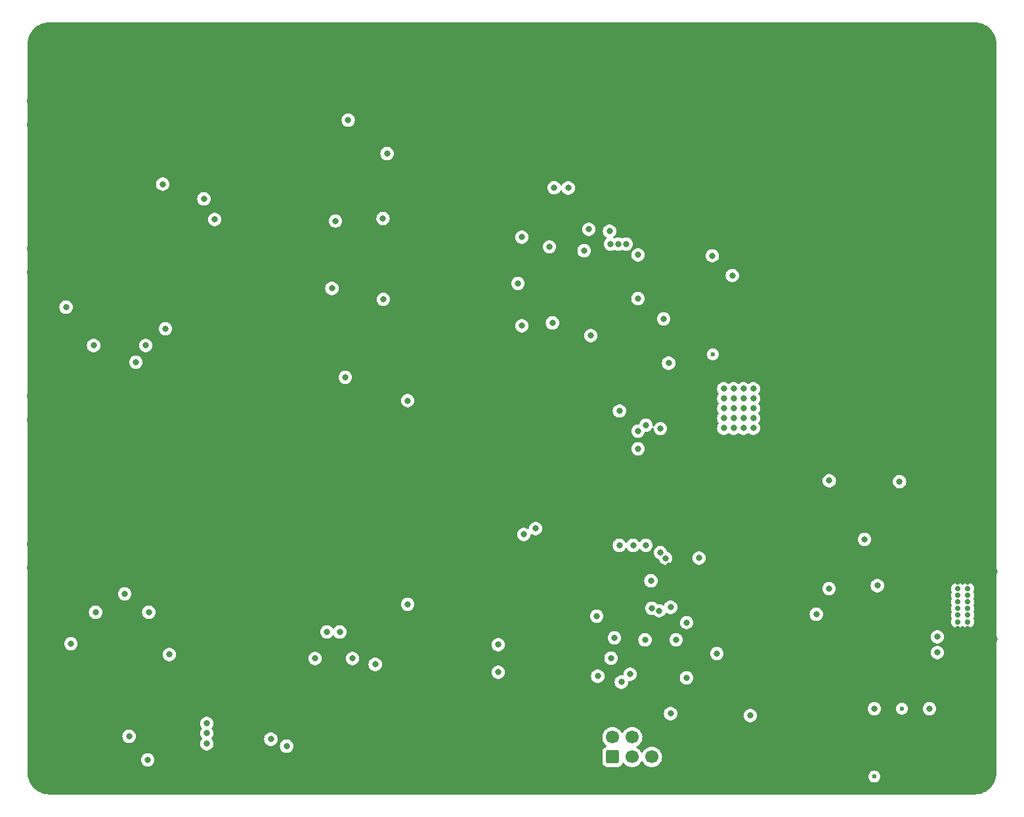
<source format=gbr>
%TF.GenerationSoftware,KiCad,Pcbnew,8.0.0*%
%TF.CreationDate,2024-03-17T22:04:36-04:00*%
%TF.ProjectId,S-Band Transceiver,532d4261-6e64-4205-9472-616e73636569,v1.0*%
%TF.SameCoordinates,Original*%
%TF.FileFunction,Copper,L2,Inr*%
%TF.FilePolarity,Positive*%
%FSLAX46Y46*%
G04 Gerber Fmt 4.6, Leading zero omitted, Abs format (unit mm)*
G04 Created by KiCad (PCBNEW 8.0.0) date 2024-03-17 22:04:36*
%MOMM*%
%LPD*%
G01*
G04 APERTURE LIST*
G04 Aperture macros list*
%AMRoundRect*
0 Rectangle with rounded corners*
0 $1 Rounding radius*
0 $2 $3 $4 $5 $6 $7 $8 $9 X,Y pos of 4 corners*
0 Add a 4 corners polygon primitive as box body*
4,1,4,$2,$3,$4,$5,$6,$7,$8,$9,$2,$3,0*
0 Add four circle primitives for the rounded corners*
1,1,$1+$1,$2,$3*
1,1,$1+$1,$4,$5*
1,1,$1+$1,$6,$7*
1,1,$1+$1,$8,$9*
0 Add four rect primitives between the rounded corners*
20,1,$1+$1,$2,$3,$4,$5,0*
20,1,$1+$1,$4,$5,$6,$7,0*
20,1,$1+$1,$6,$7,$8,$9,0*
20,1,$1+$1,$8,$9,$2,$3,0*%
G04 Aperture macros list end*
%TA.AperFunction,ComponentPad*%
%ADD10C,5.562600*%
%TD*%
%TA.AperFunction,HeatsinkPad*%
%ADD11C,0.600000*%
%TD*%
%TA.AperFunction,ComponentPad*%
%ADD12C,0.700000*%
%TD*%
%TA.AperFunction,ComponentPad*%
%ADD13O,2.400000X0.900000*%
%TD*%
%TA.AperFunction,ComponentPad*%
%ADD14O,1.700000X0.900000*%
%TD*%
%TA.AperFunction,ComponentPad*%
%ADD15RoundRect,0.250000X0.600000X-0.600000X0.600000X0.600000X-0.600000X0.600000X-0.600000X-0.600000X0*%
%TD*%
%TA.AperFunction,ComponentPad*%
%ADD16C,1.700000*%
%TD*%
%TA.AperFunction,ViaPad*%
%ADD17C,0.800000*%
%TD*%
%TA.AperFunction,ViaPad*%
%ADD18C,0.600000*%
%TD*%
G04 APERTURE END LIST*
D10*
%TO.N,GND*%
%TO.C,H4*%
X186690000Y-123190000D03*
%TD*%
%TO.N,GND*%
%TO.C,H3*%
X67310000Y-123190000D03*
%TD*%
%TO.N,GND*%
%TO.C,H2*%
X186690000Y-29210000D03*
%TD*%
%TO.N,GND*%
%TO.C,H1*%
X67310000Y-29210000D03*
%TD*%
D11*
%TO.N,GND*%
%TO.C,U15*%
X106969000Y-57746000D03*
X107819000Y-57746000D03*
X108669000Y-57746000D03*
X106969000Y-56896000D03*
X107819000Y-56896000D03*
X108669000Y-56896000D03*
X106969000Y-56046000D03*
X107819000Y-56046000D03*
X108669000Y-56046000D03*
%TD*%
D12*
%TO.N,GND*%
%TO.C,J4*%
X184443000Y-104575000D03*
%TO.N,VBUS*%
X184443000Y-103725000D03*
%TO.N,Net-(J4-CC1)*%
X184443000Y-102875000D03*
%TO.N,USBDP*%
X184443000Y-102025000D03*
%TO.N,USBDM*%
X184443000Y-101175000D03*
%TO.N,unconnected-(J4-SBU1-PadA8)*%
X184443000Y-100325000D03*
%TO.N,VBUS*%
X184443000Y-99475000D03*
%TO.N,GND*%
X184443000Y-98625000D03*
X185793000Y-98625000D03*
%TO.N,VBUS*%
X185793000Y-99475000D03*
%TO.N,Net-(J4-CC2)*%
X185793000Y-100325000D03*
%TO.N,USBDP*%
X185793000Y-101175000D03*
%TO.N,USBDM*%
X185793000Y-102025000D03*
%TO.N,unconnected-(J4-SBU2-PadB8)*%
X185793000Y-102875000D03*
%TO.N,VBUS*%
X185793000Y-103725000D03*
%TO.N,GND*%
X185793000Y-104575000D03*
D13*
X185423000Y-105925000D03*
D14*
X188803000Y-105925000D03*
D13*
X185423000Y-97275000D03*
D14*
X188803000Y-97275000D03*
%TD*%
D15*
%TO.N,UPDI*%
%TO.C,J3*%
X139954000Y-121158000D03*
D16*
%TO.N,+3V3*%
X139954000Y-118618000D03*
%TO.N,unconnected-(J3-NC-Pad3)*%
X142494000Y-121158000D03*
%TO.N,unconnected-(J3-NC-Pad4)*%
X142494000Y-118618000D03*
%TO.N,unconnected-(J3-NC-Pad5)*%
X145034000Y-121158000D03*
%TO.N,GND*%
X145034000Y-118618000D03*
%TD*%
D11*
%TO.N,GND*%
%TO.C,U20*%
X75659000Y-64995000D03*
X75659000Y-65745000D03*
X75659000Y-66495000D03*
X76409000Y-64995000D03*
X76409000Y-65745000D03*
X76409000Y-66495000D03*
X77159000Y-64995000D03*
X77159000Y-65745000D03*
X77159000Y-66495000D03*
%TD*%
%TO.N,GND*%
%TO.C,U12*%
X77172800Y-105915800D03*
X77172800Y-105165800D03*
X77172800Y-104415800D03*
X76422800Y-105915800D03*
X76422800Y-105165800D03*
X76422800Y-104415800D03*
X75672800Y-105915800D03*
X75672800Y-105165800D03*
X75672800Y-104415800D03*
%TD*%
D17*
%TO.N,GND*%
X104394000Y-36576000D03*
X101981000Y-46736000D03*
X115697000Y-60452000D03*
X111887000Y-72771000D03*
X103251000Y-71882000D03*
X103632000Y-66167000D03*
X157988000Y-123063000D03*
X168275000Y-124333000D03*
X178943000Y-124333000D03*
X111125000Y-111125000D03*
X108331000Y-107061000D03*
X99187000Y-109982000D03*
X100838000Y-111379000D03*
X75819000Y-118745000D03*
X70358000Y-109601000D03*
X69596000Y-102235000D03*
X84582000Y-104648000D03*
X77089000Y-71628000D03*
X74041000Y-71247000D03*
X83312000Y-61849000D03*
X84709000Y-66040000D03*
X71374000Y-67945000D03*
X69088000Y-65532000D03*
X73787000Y-61341000D03*
X81407000Y-51308000D03*
X90551000Y-51308000D03*
X147447000Y-73533000D03*
X137795000Y-84836000D03*
X138684000Y-82804000D03*
X146685000Y-81153000D03*
X128524000Y-67183000D03*
X131572000Y-67183000D03*
X134239000Y-67564000D03*
X140589000Y-68072000D03*
X136271000Y-51181000D03*
X149098000Y-56515000D03*
X149225000Y-63373000D03*
X187960000Y-45974000D03*
X187960000Y-55245000D03*
X174879000Y-70866000D03*
X153416000Y-84455000D03*
X159512000Y-88392000D03*
X168148000Y-88646000D03*
X176784000Y-88519000D03*
X153797000Y-112268000D03*
X85471000Y-119253000D03*
X96901000Y-121666000D03*
D18*
X74803000Y-111125000D03*
X77978000Y-109347000D03*
X77724000Y-111506000D03*
X81407000Y-60198000D03*
X80391000Y-60452000D03*
X70866000Y-111633000D03*
X101092000Y-54610000D03*
X99822000Y-54483000D03*
X98806000Y-54356000D03*
X97663000Y-54229000D03*
X100584000Y-59309000D03*
X99568000Y-59436000D03*
X98679000Y-59436000D03*
X97663000Y-59436000D03*
X93218000Y-56007000D03*
X93345000Y-55118000D03*
X94615000Y-54483000D03*
X95885000Y-54610000D03*
X96647000Y-55245000D03*
X96647000Y-56134000D03*
X96647000Y-57023000D03*
X96647000Y-57785000D03*
X96647000Y-58547000D03*
X96647000Y-59436000D03*
X95631000Y-59436000D03*
X94488000Y-59436000D03*
X93345000Y-59309000D03*
X92456000Y-59309000D03*
X91567000Y-59182000D03*
X90551000Y-58547000D03*
X93218000Y-57023000D03*
X92075000Y-56769000D03*
X91186000Y-56261000D03*
X90068400Y-56134000D03*
X89662000Y-58293000D03*
X88773000Y-58293000D03*
X87884000Y-58420000D03*
X87376000Y-59055000D03*
X86106000Y-59309000D03*
X85090000Y-59309000D03*
X84582000Y-58420000D03*
X83769200Y-58166000D03*
X83718400Y-56134000D03*
X82931000Y-56083200D03*
X81788000Y-56134000D03*
X81788000Y-58166000D03*
X80899000Y-58166000D03*
X80010000Y-58039000D03*
X79248000Y-58039000D03*
X77851000Y-56134000D03*
X76962000Y-56134000D03*
X76073000Y-56134000D03*
X71501000Y-58293000D03*
X70485000Y-58293000D03*
X71501000Y-55880000D03*
X70612000Y-55880000D03*
X74980800Y-58978800D03*
X74168000Y-56134000D03*
X74168000Y-58166000D03*
X75057000Y-56134000D03*
X73279000Y-56134000D03*
X72390000Y-58166000D03*
X73279000Y-58166000D03*
X72390000Y-56134000D03*
X110490000Y-31496000D03*
X108966000Y-31242000D03*
X107696000Y-31242000D03*
X106680000Y-31750000D03*
X106680000Y-33528000D03*
X105791000Y-33528000D03*
X105791000Y-31750000D03*
X104902000Y-31750000D03*
X104902000Y-33528000D03*
X103124000Y-31750000D03*
X104013000Y-33528000D03*
X103124000Y-33528000D03*
X104013000Y-31750000D03*
X97790000Y-31750000D03*
X97790000Y-33528000D03*
X96012000Y-31750000D03*
X96012000Y-33528000D03*
X96901000Y-31750000D03*
X96901000Y-33528000D03*
X98679000Y-33528000D03*
X98679000Y-31750000D03*
X101346000Y-31750000D03*
X100457000Y-33528000D03*
X99568000Y-33528000D03*
X100457000Y-31750000D03*
X102235000Y-31750000D03*
X99568000Y-31750000D03*
X102235000Y-33528000D03*
X101346000Y-33528000D03*
X94234000Y-31750000D03*
X94234000Y-33528000D03*
X92456000Y-31750000D03*
X92456000Y-33528000D03*
X93345000Y-31750000D03*
X93345000Y-33528000D03*
X95123000Y-33528000D03*
X95123000Y-31750000D03*
X91567000Y-31750000D03*
X90678000Y-33528000D03*
X88900000Y-31750000D03*
X89789000Y-31750000D03*
X90678000Y-31750000D03*
X89789000Y-33528000D03*
X91567000Y-33528000D03*
X88900000Y-33528000D03*
X86233000Y-31750000D03*
X85344000Y-33528000D03*
X88011000Y-33528000D03*
X86233000Y-33528000D03*
X88011000Y-31750000D03*
X87122000Y-33528000D03*
X87122000Y-31750000D03*
X85344000Y-31750000D03*
X83566000Y-31750000D03*
X82677000Y-31750000D03*
X83566000Y-33528000D03*
X81788000Y-33528000D03*
X84455000Y-33528000D03*
X81788000Y-31750000D03*
X82677000Y-33528000D03*
X84455000Y-31750000D03*
X80899000Y-31750000D03*
X80899000Y-33528000D03*
X80010000Y-31750000D03*
X80010000Y-33528000D03*
X79121000Y-33528000D03*
X79121000Y-31750000D03*
X78232000Y-31750000D03*
X78232000Y-33528000D03*
X76708000Y-31877000D03*
X77470000Y-33655000D03*
X76835000Y-34290000D03*
X76200000Y-34925000D03*
X75311000Y-33020000D03*
X75946000Y-32385000D03*
X74676000Y-33655000D03*
X75565000Y-35560000D03*
X74930000Y-36195000D03*
X74041000Y-34290000D03*
X73406000Y-34925000D03*
X72771000Y-35560000D03*
X72136000Y-36195000D03*
X74295000Y-36830000D03*
X73660000Y-37465000D03*
X73025000Y-38100000D03*
X72263000Y-38735000D03*
X71374000Y-36957000D03*
X71374000Y-39116000D03*
X70485000Y-39116000D03*
X70485000Y-37084000D03*
X69596000Y-37084000D03*
X68707000Y-39116000D03*
X69596000Y-39116000D03*
X68707000Y-37084000D03*
X68707000Y-56134000D03*
X69596000Y-56134000D03*
X68707000Y-58166000D03*
X69596000Y-58166000D03*
X111760000Y-80772000D03*
X110617000Y-81915000D03*
X108458000Y-81915000D03*
X106807000Y-81788000D03*
X99314000Y-81661000D03*
X101981000Y-81661000D03*
X101092000Y-79629000D03*
X100203000Y-81661000D03*
X100203000Y-79629000D03*
X103759000Y-79629000D03*
X99314000Y-79629000D03*
X102870000Y-81661000D03*
X101092000Y-81661000D03*
X103759000Y-81661000D03*
X102870000Y-79629000D03*
X101981000Y-79629000D03*
X96647000Y-81661000D03*
X97536000Y-79629000D03*
X95758000Y-79629000D03*
X95758000Y-81661000D03*
X92202000Y-81661000D03*
X94869000Y-79629000D03*
X97536000Y-81661000D03*
X93091000Y-81661000D03*
X92202000Y-79629000D03*
X98425000Y-79629000D03*
X93980000Y-81661000D03*
X93980000Y-79629000D03*
X93091000Y-79629000D03*
X98425000Y-81661000D03*
X96647000Y-79629000D03*
X94869000Y-81661000D03*
X89535000Y-81661000D03*
X90424000Y-79629000D03*
X88646000Y-79629000D03*
X90424000Y-81661000D03*
X88646000Y-81661000D03*
X85979000Y-81661000D03*
X85090000Y-81661000D03*
X85090000Y-79629000D03*
X86868000Y-81661000D03*
X86868000Y-79629000D03*
X87757000Y-79629000D03*
X85979000Y-79629000D03*
X91313000Y-81661000D03*
X91313000Y-79629000D03*
X89535000Y-79629000D03*
X87757000Y-81661000D03*
X81534000Y-81661000D03*
X80645000Y-81661000D03*
X80645000Y-79629000D03*
X82423000Y-81661000D03*
X82423000Y-79629000D03*
X83312000Y-79629000D03*
X81534000Y-79629000D03*
X83312000Y-81661000D03*
X79756000Y-81661000D03*
X78867000Y-81661000D03*
X78867000Y-79629000D03*
X79756000Y-79629000D03*
X77978000Y-81661000D03*
X77978000Y-79629000D03*
X77089000Y-81661000D03*
X76200000Y-81661000D03*
X75311000Y-81534000D03*
X77089000Y-79629000D03*
X74549000Y-80899000D03*
X73914000Y-80264000D03*
X73279000Y-79629000D03*
X75438000Y-78867000D03*
X74803000Y-78232000D03*
X76073000Y-79502000D03*
X74168000Y-77597000D03*
X73533000Y-76962000D03*
X72644000Y-78994000D03*
X72009000Y-78359000D03*
X72898000Y-76327000D03*
X72263000Y-75692000D03*
X70485000Y-75184000D03*
X71374000Y-77724000D03*
X68707000Y-77216000D03*
X70612000Y-77216000D03*
X71374000Y-75184000D03*
X68707000Y-75184000D03*
X69596000Y-75184000D03*
X69596000Y-77216000D03*
X66167000Y-39624000D03*
X66167000Y-36576000D03*
X64643000Y-36576000D03*
X65405000Y-39624000D03*
X65405000Y-36576000D03*
X64643000Y-39624000D03*
X66929000Y-39624000D03*
X66929000Y-36576000D03*
X67818000Y-39497000D03*
X67818000Y-36703000D03*
X67818000Y-55753000D03*
X65405000Y-55626000D03*
X66167000Y-55626000D03*
X66929000Y-55626000D03*
X64643000Y-55626000D03*
X64643000Y-58674000D03*
X66929000Y-58674000D03*
X66167000Y-58674000D03*
X67818000Y-58547000D03*
X65405000Y-58674000D03*
X66167000Y-74676000D03*
X67818000Y-74803000D03*
X66929000Y-74676000D03*
X65405000Y-74676000D03*
X66929000Y-77724000D03*
X64643000Y-74676000D03*
X66167000Y-77724000D03*
X64643000Y-77724000D03*
X67818000Y-77597000D03*
X65405000Y-77724000D03*
X122174000Y-58420000D03*
X122174000Y-55499000D03*
X120396000Y-55499000D03*
X121285000Y-55499000D03*
X118618000Y-58420000D03*
X121285000Y-58420000D03*
X119507000Y-58420000D03*
X117729000Y-58420000D03*
X120396000Y-58420000D03*
X116840000Y-58420000D03*
X119507000Y-55499000D03*
X118618000Y-55499000D03*
X117729000Y-55499000D03*
X116840000Y-55499000D03*
X115951000Y-55499000D03*
X115951000Y-58420000D03*
X115062000Y-58420000D03*
X115062000Y-55499000D03*
X110998000Y-55499000D03*
X111887000Y-55499000D03*
X111887000Y-58445400D03*
X120015000Y-106553000D03*
X120015000Y-105664000D03*
X122047000Y-105664000D03*
X122047000Y-106553000D03*
D17*
%TO.N,+3.3VA*%
X125222000Y-110236000D03*
X125222000Y-106680000D03*
D18*
%TO.N,GND*%
X116840000Y-89916000D03*
X118872000Y-89916000D03*
X118872000Y-90805000D03*
X116840000Y-90805000D03*
X116459000Y-92710000D03*
X118745000Y-92964000D03*
X118364000Y-93726000D03*
X117983000Y-94361000D03*
X117475000Y-94996000D03*
X116840000Y-95504000D03*
X115824000Y-93472000D03*
X115951000Y-95885000D03*
X115062000Y-93980000D03*
X115062000Y-96139000D03*
X111379000Y-94234000D03*
X112141000Y-96266000D03*
X111379000Y-96266000D03*
X112141000Y-94234000D03*
X106045000Y-96266000D03*
X108712000Y-96266000D03*
X110490000Y-94234000D03*
X107823000Y-96266000D03*
X106045000Y-94234000D03*
X104267000Y-96266000D03*
X109601000Y-96266000D03*
X91821000Y-94234000D03*
X104267000Y-94234000D03*
X92710000Y-96266000D03*
X90043000Y-96266000D03*
X106934000Y-96266000D03*
X105156000Y-94234000D03*
X110490000Y-96266000D03*
X109601000Y-94234000D03*
X91821000Y-96266000D03*
X107823000Y-94234000D03*
X106934000Y-94234000D03*
X92710000Y-94234000D03*
X108712000Y-94234000D03*
X105156000Y-96266000D03*
X99822000Y-96266000D03*
X99822000Y-94234000D03*
X98933000Y-94234000D03*
X98933000Y-96266000D03*
X97155000Y-96266000D03*
X96266000Y-96266000D03*
X90043000Y-94234000D03*
X95377000Y-94234000D03*
X102489000Y-96266000D03*
X90932000Y-94234000D03*
X90932000Y-96266000D03*
X100711000Y-94234000D03*
X103378000Y-96266000D03*
X102489000Y-94234000D03*
X98044000Y-94234000D03*
X101600000Y-96266000D03*
X103378000Y-94234000D03*
X97155000Y-94234000D03*
X101600000Y-94234000D03*
X98044000Y-96266000D03*
X100711000Y-96266000D03*
X94488000Y-94234000D03*
X94488000Y-96266000D03*
X96266000Y-94234000D03*
X93599000Y-96266000D03*
X93599000Y-94234000D03*
X95377000Y-96266000D03*
X85598000Y-96266000D03*
X85598000Y-94234000D03*
X84709000Y-94234000D03*
X84709000Y-96266000D03*
X82931000Y-96266000D03*
X88265000Y-96266000D03*
X86487000Y-94234000D03*
X89154000Y-96266000D03*
X88265000Y-94234000D03*
X83820000Y-94234000D03*
X87376000Y-96266000D03*
X89154000Y-94234000D03*
X82931000Y-94234000D03*
X87376000Y-94234000D03*
X83820000Y-96266000D03*
X86487000Y-96266000D03*
X77597000Y-94234000D03*
X78486000Y-96266000D03*
X75819000Y-96266000D03*
X77597000Y-96266000D03*
X78486000Y-94234000D03*
X82042000Y-96266000D03*
X75819000Y-94234000D03*
X81153000Y-94234000D03*
X76708000Y-94234000D03*
X76708000Y-96266000D03*
X80264000Y-94234000D03*
X80264000Y-96266000D03*
X82042000Y-94234000D03*
X79375000Y-96266000D03*
X79375000Y-94234000D03*
X81153000Y-96266000D03*
X74041000Y-94234000D03*
X74930000Y-96266000D03*
X72263000Y-96266000D03*
X74041000Y-96266000D03*
X74930000Y-94234000D03*
X72263000Y-94234000D03*
X73152000Y-94234000D03*
X73152000Y-96266000D03*
X70485000Y-96266000D03*
X70485000Y-94234000D03*
X71374000Y-94234000D03*
X71374000Y-96266000D03*
X69596000Y-94234000D03*
X69596000Y-96266000D03*
X68707000Y-96266000D03*
X64643000Y-96774000D03*
X66929000Y-96774000D03*
X65405000Y-96774000D03*
X67818000Y-96647000D03*
X67818000Y-93853000D03*
X66929000Y-93726000D03*
X65405000Y-93726000D03*
X66167000Y-96774000D03*
X64643000Y-93726000D03*
X66167000Y-93726000D03*
%TO.N,+3.3VA*%
X152908000Y-69215000D03*
%TO.N,GND*%
X128016000Y-64135000D03*
X127127000Y-64516000D03*
X124841000Y-64389000D03*
X123698000Y-64389000D03*
X122682000Y-64389000D03*
X124460000Y-61087000D03*
X123698000Y-61087000D03*
X122809000Y-61087000D03*
X121920000Y-61087000D03*
X121158000Y-61087000D03*
X120142000Y-61214000D03*
X119253000Y-61468000D03*
X118491000Y-61976000D03*
X117856000Y-62611000D03*
X119507000Y-64135000D03*
X117348000Y-63246000D03*
X116840000Y-66675000D03*
X116840000Y-64897000D03*
X116967000Y-64008000D03*
X116840000Y-65786000D03*
X118872000Y-65786000D03*
X118872000Y-66675000D03*
X118999000Y-64897000D03*
X120142000Y-63627000D03*
X120650000Y-63119000D03*
X120015000Y-64897000D03*
X122047000Y-64897000D03*
X122047000Y-65786000D03*
X120015000Y-65786000D03*
X120015000Y-66675000D03*
X122047000Y-66675000D03*
X122047000Y-69342000D03*
X122047000Y-68453000D03*
X122047000Y-67564000D03*
X122047000Y-70231000D03*
X120015000Y-67564000D03*
X120015000Y-69342000D03*
X120015000Y-70231000D03*
X120015000Y-68453000D03*
X118872000Y-70231000D03*
X118872000Y-68453000D03*
X118872000Y-67564000D03*
X118872000Y-69342000D03*
X116840000Y-68453000D03*
X116840000Y-67564000D03*
X116840000Y-69342000D03*
X116840000Y-70231000D03*
X116840000Y-73533000D03*
X116840000Y-74422000D03*
X116840000Y-77089000D03*
X116840000Y-75311000D03*
X116840000Y-76200000D03*
X118872000Y-73533000D03*
X120015000Y-73533000D03*
X120015000Y-74422000D03*
X118872000Y-74422000D03*
X118872000Y-76200000D03*
X118872000Y-75311000D03*
X118872000Y-78867000D03*
X118872000Y-77978000D03*
X118872000Y-77089000D03*
X122047000Y-73533000D03*
X122047000Y-75311000D03*
X122047000Y-74422000D03*
X120015000Y-77089000D03*
X120015000Y-76200000D03*
X120015000Y-75311000D03*
X116840000Y-77978000D03*
X116840000Y-80645000D03*
X116840000Y-84201000D03*
X116840000Y-86868000D03*
X116840000Y-85979000D03*
X116840000Y-85090000D03*
X116840000Y-83312000D03*
X116840000Y-78867000D03*
X116840000Y-87757000D03*
X116840000Y-79756000D03*
X116840000Y-82423000D03*
X116840000Y-81534000D03*
X122047000Y-77978000D03*
X122047000Y-80645000D03*
X122047000Y-79756000D03*
X122047000Y-82423000D03*
X122047000Y-81534000D03*
X122047000Y-84201000D03*
X122047000Y-83312000D03*
X122047000Y-85979000D03*
X122047000Y-85090000D03*
X122047000Y-77089000D03*
X122047000Y-76200000D03*
X122047000Y-78867000D03*
X118872000Y-79756000D03*
X118872000Y-82423000D03*
X118872000Y-81534000D03*
X118872000Y-84201000D03*
X118872000Y-83312000D03*
X118872000Y-85979000D03*
X118872000Y-85090000D03*
X118872000Y-87757000D03*
X118872000Y-86868000D03*
X118872000Y-80645000D03*
X120015000Y-78867000D03*
X120015000Y-77978000D03*
X120015000Y-80645000D03*
X120015000Y-79756000D03*
X120015000Y-82423000D03*
X120015000Y-81534000D03*
X120015000Y-84201000D03*
X120015000Y-83312000D03*
X120015000Y-85979000D03*
X120015000Y-85090000D03*
X120015000Y-87757000D03*
X120015000Y-86868000D03*
X122047000Y-86868000D03*
X122047000Y-87757000D03*
X122047000Y-90043000D03*
X122047000Y-90805000D03*
X120015000Y-90805000D03*
X120015000Y-89916000D03*
X120015000Y-93599000D03*
X120015000Y-94488000D03*
X120015000Y-95377000D03*
X120015000Y-92710000D03*
X120015000Y-96266000D03*
X122047000Y-92710000D03*
X122047000Y-96266000D03*
X122047000Y-95377000D03*
X122047000Y-93599000D03*
X122047000Y-94488000D03*
X122047000Y-97155000D03*
X120015000Y-97155000D03*
X120015000Y-99441000D03*
X122047000Y-99441000D03*
X122047000Y-102108000D03*
X122047000Y-100330000D03*
X122047000Y-101219000D03*
X120015000Y-102108000D03*
X120015000Y-100330000D03*
X120015000Y-101219000D03*
X120015000Y-104775000D03*
X120015000Y-103886000D03*
X120015000Y-102997000D03*
X122047000Y-103886000D03*
X122047000Y-104775000D03*
X122047000Y-102997000D03*
X122047000Y-107442000D03*
X120015000Y-107442000D03*
X120015000Y-109220000D03*
X122047000Y-109220000D03*
X122047000Y-109982000D03*
X120015000Y-109982000D03*
X120015000Y-110871000D03*
X122047000Y-110871000D03*
X122047000Y-111760000D03*
X121920000Y-112776000D03*
X121412000Y-113665000D03*
X119888000Y-111887000D03*
X119380000Y-112649000D03*
X118745000Y-113157000D03*
X115951000Y-115316000D03*
X114173000Y-115316000D03*
X116840000Y-115316000D03*
X115062000Y-115316000D03*
X120650000Y-114554000D03*
X119761000Y-115062000D03*
X117729000Y-115316000D03*
X118618000Y-115316000D03*
X112395000Y-115316000D03*
X110617000Y-115316000D03*
X113284000Y-115316000D03*
X111506000Y-115316000D03*
X109728000Y-115316000D03*
X107061000Y-115316000D03*
X108839000Y-115316000D03*
X107950000Y-115316000D03*
X117729000Y-113284000D03*
X116840000Y-113284000D03*
X115951000Y-113284000D03*
X115062000Y-113284000D03*
X114173000Y-113284000D03*
X113284000Y-113284000D03*
X112395000Y-113284000D03*
X111506000Y-113284000D03*
X110617000Y-113284000D03*
X109728000Y-113284000D03*
X108839000Y-113284000D03*
X107950000Y-113284000D03*
D17*
X108077000Y-119634000D03*
X132870503Y-63740148D03*
%TO.N,+3.3VA*%
X143256000Y-56388000D03*
D18*
%TO.N,GND*%
X78359000Y-58039000D03*
X75565000Y-58039000D03*
X68707000Y-94234000D03*
D17*
%TO.N,+3.3VA*%
X104775000Y-105029000D03*
X103124000Y-105029000D03*
%TO.N,+5V*%
X180848000Y-114935000D03*
X173736000Y-114935000D03*
X73279000Y-102489000D03*
%TO.N,GND*%
X167386000Y-104394000D03*
X147193000Y-96520000D03*
X146685000Y-103378000D03*
X138684000Y-80899000D03*
%TO.N,+3.3VA*%
X143256000Y-81407000D03*
%TO.N,~{CS_ADC}*%
X148174000Y-106045000D03*
D18*
%TO.N,GND*%
X135382000Y-59817000D03*
X136652000Y-59817000D03*
X137795000Y-59817000D03*
X137795000Y-60960000D03*
X136652000Y-60960000D03*
X135382000Y-60960000D03*
X137795000Y-58547000D03*
X136652000Y-58547000D03*
X135382000Y-58547000D03*
D17*
X142875000Y-60223400D03*
%TO.N,+3.3VA*%
X154305000Y-74930000D03*
X155575000Y-74930000D03*
X155575000Y-73660000D03*
X156845000Y-73660000D03*
X156845000Y-74930000D03*
X154305000Y-77470000D03*
X154305000Y-76200000D03*
X155575000Y-76200000D03*
X156845000Y-76200000D03*
X156845000Y-77470000D03*
X155575000Y-77470000D03*
X154305000Y-78740000D03*
X155575000Y-78740000D03*
X156845000Y-78740000D03*
X158115000Y-78740000D03*
X158115000Y-77470000D03*
X158115000Y-76200000D03*
X158115000Y-74930000D03*
X158115000Y-73660000D03*
X154305000Y-73660000D03*
X146558000Y-64643000D03*
%TO.N,RX_AMP_EN*%
X138049000Y-110744000D03*
%TO.N,RX_VRMS*%
X130048000Y-91694000D03*
X78486000Y-70231000D03*
%TO.N,TX_VRMS*%
X128524000Y-92456000D03*
%TO.N,+3.3VA*%
X88646000Y-51816000D03*
%TO.N,+5V*%
X104212200Y-52015200D03*
X110871000Y-43307000D03*
%TO.N,+3.3VA*%
X87249000Y-49149000D03*
%TO.N,+5V*%
X113538000Y-101473000D03*
X80137000Y-102489000D03*
X113540000Y-75190000D03*
X167922000Y-85518000D03*
%TO.N,-5V*%
X105870000Y-39010000D03*
X105500000Y-72170000D03*
X176980000Y-85630000D03*
%TO.N,RX_AMP_EN*%
X81930000Y-47260000D03*
%TO.N,XO_EN*%
X149490000Y-110950000D03*
X152840000Y-56490000D03*
%TO.N,+3.3VA*%
X155410000Y-59040000D03*
X143230000Y-62020000D03*
%TO.N,LD*%
X147193000Y-70358000D03*
X149500000Y-103820000D03*
%TO.N,TX_ATTEN_LE*%
X109347000Y-109220000D03*
X139755000Y-108405000D03*
%TO.N,TX_PHASE_LE*%
X141097000Y-111506000D03*
X87640000Y-119460000D03*
%TO.N,~{CS_ADC}*%
X146142000Y-78813500D03*
%TO.N,TX_VRMS*%
X77050000Y-100110000D03*
D18*
%TO.N,GND*%
X100490000Y-115370000D03*
X99680000Y-115350000D03*
X98806000Y-115443000D03*
X97690000Y-115440000D03*
X96580000Y-115290000D03*
X95830000Y-115300000D03*
X95180000Y-115290000D03*
X100780000Y-113340000D03*
X100050000Y-113360000D03*
X99250000Y-113350000D03*
X98540000Y-113230000D03*
X97750000Y-113230000D03*
X97000000Y-113230000D03*
X96220000Y-113330000D03*
X95420000Y-113300000D03*
X94850000Y-112770000D03*
X94080000Y-112120000D03*
X93130000Y-112150000D03*
X92200000Y-112150000D03*
X91350000Y-112130000D03*
X90470000Y-112140000D03*
X89500000Y-112250000D03*
X88620000Y-112550000D03*
X88010000Y-115390000D03*
X87080000Y-115410000D03*
X86300000Y-115410000D03*
X85490000Y-115420000D03*
X84630000Y-115410000D03*
X79960000Y-116480000D03*
X83800000Y-115440000D03*
X87980000Y-113230000D03*
X87080000Y-113170000D03*
X86260000Y-113180000D03*
X85550000Y-113180000D03*
X84870000Y-113220000D03*
X83960000Y-112430000D03*
X82790000Y-112200000D03*
X82010000Y-112160000D03*
X80730000Y-112180000D03*
X79940000Y-112200000D03*
X79260000Y-112860000D03*
X78486000Y-113284000D03*
X77724000Y-113284000D03*
X76962000Y-113284000D03*
X76073000Y-113284000D03*
X76327000Y-115316000D03*
X75311000Y-115316000D03*
X74422000Y-115443000D03*
X73533000Y-115443000D03*
X72644000Y-115443000D03*
X70358000Y-113157000D03*
X71400000Y-113130000D03*
X72390000Y-113030000D03*
X71882000Y-115443000D03*
X71120000Y-115443000D03*
X70358000Y-115443000D03*
X69469000Y-113284000D03*
X69469000Y-115316000D03*
X68707000Y-115316000D03*
X67945000Y-115697000D03*
X67056000Y-115824000D03*
X65532000Y-115824000D03*
X64770000Y-115824000D03*
X66294000Y-115824000D03*
X64770000Y-112776000D03*
X65532000Y-112776000D03*
X66294000Y-112776000D03*
X67056000Y-112776000D03*
X67945000Y-112903000D03*
X68707000Y-113284000D03*
D17*
X176530000Y-98425000D03*
X176530000Y-96647000D03*
X174371000Y-97282000D03*
X168529000Y-98171000D03*
X170053000Y-105410000D03*
X145542000Y-110617000D03*
X154432000Y-106299000D03*
X149225000Y-105156000D03*
%TO.N,+3V3*%
X174117000Y-99060000D03*
X166243000Y-102743000D03*
D18*
%TO.N,+5V*%
X177292000Y-114935000D03*
%TO.N,RX_LED*%
X173736000Y-123698000D03*
%TO.N,GND*%
X92608400Y-116509800D03*
X90754200Y-116459000D03*
X92608400Y-114528600D03*
X90779600Y-114528600D03*
X81330800Y-114325400D03*
D17*
%TO.N,Net-(J4-CC1)*%
X181864000Y-107696000D03*
%TO.N,Net-(J4-CC2)*%
X181864000Y-105664000D03*
%TO.N,+5V*%
X172466000Y-93091000D03*
%TO.N,TX*%
X145982686Y-102297228D03*
X146812000Y-95516134D03*
%TO.N,RX*%
X145034000Y-101981000D03*
%TO.N,UPDI*%
X147447000Y-101854000D03*
X147447000Y-115570000D03*
%TO.N,RX*%
X146113285Y-94800730D03*
%TO.N,+3V3*%
X144907000Y-98425000D03*
%TO.N,MOSI*%
X87630000Y-118110000D03*
%TO.N,SCLK*%
X87630000Y-116840000D03*
X140850000Y-76530000D03*
%TO.N,MISO*%
X143256000Y-79121000D03*
%TO.N,MOSI*%
X144272000Y-78359000D03*
%TO.N,SCLK*%
X140843000Y-93853000D03*
%TO.N,MISO*%
X142621000Y-93853000D03*
%TO.N,MOSI*%
X144272000Y-93853000D03*
%TO.N,~{SYNTH_CS}*%
X144145000Y-106045000D03*
%TO.N,C16*%
X137922000Y-102997000D03*
X140208000Y-105791000D03*
%TO.N,Net-(R10-Pad1)*%
X157734000Y-115824000D03*
X151130000Y-95504000D03*
%TO.N,+3V3*%
X153416000Y-107823000D03*
X142240000Y-110490000D03*
%TO.N,RX_LED*%
X167894000Y-99441000D03*
D18*
%TO.N,GND*%
X85898000Y-57150000D03*
D17*
X133096000Y-56388000D03*
%TO.N,Net-(U1-VTUNE)*%
X134239000Y-47752000D03*
X137160000Y-66802000D03*
%TO.N,GND*%
X127762000Y-52832000D03*
X131572000Y-54102000D03*
X128403067Y-49282067D03*
%TO.N,SCLK*%
X141732000Y-54991000D03*
%TO.N,MOSI*%
X140700003Y-54991000D03*
%TO.N,~{SYNTH_CS}*%
X139700000Y-54991000D03*
%TO.N,Net-(U1-SW)*%
X132435600Y-47726600D03*
X136285407Y-55840499D03*
%TO.N,+3.3VA*%
X139573000Y-53340000D03*
X136906000Y-53086000D03*
X128270000Y-54102000D03*
X131826000Y-55358201D03*
X127762000Y-60071000D03*
X128270000Y-65532000D03*
X132207000Y-65151000D03*
%TO.N,GND*%
X110363000Y-34290000D03*
%TO.N,+5V*%
X110355141Y-51681141D03*
X103759000Y-60706000D03*
X110396441Y-62124000D03*
%TO.N,GND*%
X110283000Y-78930000D03*
%TO.N,+3.3VA*%
X80010000Y-121539000D03*
X97917000Y-119761000D03*
X95885000Y-118872000D03*
X106426000Y-108458000D03*
X101600000Y-108458000D03*
X77597000Y-118491000D03*
%TO.N,Net-(U12-VREF)*%
X82804000Y-107950000D03*
X70104000Y-106553000D03*
%TO.N,Net-(U20-VREF)*%
X69469000Y-63119000D03*
X82296000Y-65913000D03*
%TO.N,+5V*%
X79756000Y-68072000D03*
X73025000Y-68072000D03*
%TD*%
%TA.AperFunction,Conductor*%
%TO.N,GND*%
G36*
X186572629Y-26400502D02*
G01*
X186597290Y-26400502D01*
X186686519Y-26400502D01*
X186693472Y-26400697D01*
X186997622Y-26417778D01*
X187011420Y-26419332D01*
X187308305Y-26469775D01*
X187321861Y-26472869D01*
X187611230Y-26556235D01*
X187624356Y-26560828D01*
X187902568Y-26676067D01*
X187915082Y-26682093D01*
X188122146Y-26796533D01*
X188178648Y-26827761D01*
X188190422Y-26835159D01*
X188436013Y-27009415D01*
X188446885Y-27018085D01*
X188671420Y-27218742D01*
X188671423Y-27218744D01*
X188681254Y-27228575D01*
X188881921Y-27453121D01*
X188890579Y-27463979D01*
X188977712Y-27586782D01*
X189064840Y-27709579D01*
X189072237Y-27721352D01*
X189217902Y-27984910D01*
X189223936Y-27997440D01*
X189339173Y-28275649D01*
X189343766Y-28288774D01*
X189427130Y-28578138D01*
X189430224Y-28591694D01*
X189480666Y-28888570D01*
X189482223Y-28902389D01*
X189499304Y-29206568D01*
X189499499Y-29213520D01*
X189499498Y-123097289D01*
X189499498Y-123186519D01*
X189499303Y-123193472D01*
X189482222Y-123497612D01*
X189480665Y-123511430D01*
X189430224Y-123808304D01*
X189427130Y-123821861D01*
X189343764Y-124111230D01*
X189339171Y-124124355D01*
X189223935Y-124402561D01*
X189217902Y-124415089D01*
X189072238Y-124678648D01*
X189064840Y-124690422D01*
X188890584Y-124936013D01*
X188881914Y-124946885D01*
X188681255Y-125171423D01*
X188671422Y-125181256D01*
X188446885Y-125381915D01*
X188436013Y-125390585D01*
X188190420Y-125564840D01*
X188178647Y-125572237D01*
X187915089Y-125717902D01*
X187902559Y-125723936D01*
X187624350Y-125839173D01*
X187611225Y-125843766D01*
X187321861Y-125927130D01*
X187308305Y-125930224D01*
X187011429Y-125980666D01*
X186997611Y-125982223D01*
X186693432Y-125999305D01*
X186686479Y-125999500D01*
X67313481Y-125999500D01*
X67306528Y-125999305D01*
X67002387Y-125982224D01*
X66988569Y-125980667D01*
X66691694Y-125930226D01*
X66678137Y-125927132D01*
X66388769Y-125843766D01*
X66375644Y-125839173D01*
X66097438Y-125723937D01*
X66084910Y-125717904D01*
X65821351Y-125572240D01*
X65809577Y-125564842D01*
X65563985Y-125390586D01*
X65553113Y-125381916D01*
X65328575Y-125181257D01*
X65318742Y-125171424D01*
X65118083Y-124946886D01*
X65109413Y-124936014D01*
X64935157Y-124690422D01*
X64927759Y-124678648D01*
X64896531Y-124622146D01*
X64782091Y-124415082D01*
X64776065Y-124402568D01*
X64660826Y-124124355D01*
X64656233Y-124111230D01*
X64572867Y-123821862D01*
X64569773Y-123808305D01*
X64551032Y-123698003D01*
X172973506Y-123698003D01*
X172992621Y-123867662D01*
X172992623Y-123867672D01*
X173049016Y-124028833D01*
X173049017Y-124028834D01*
X173139858Y-124173407D01*
X173260593Y-124294142D01*
X173405166Y-124384983D01*
X173566329Y-124441377D01*
X173566335Y-124441377D01*
X173566337Y-124441378D01*
X173735996Y-124460494D01*
X173736000Y-124460494D01*
X173736004Y-124460494D01*
X173905662Y-124441378D01*
X173905661Y-124441378D01*
X173905671Y-124441377D01*
X174066834Y-124384983D01*
X174211407Y-124294142D01*
X174332142Y-124173407D01*
X174422983Y-124028834D01*
X174479377Y-123867671D01*
X174484538Y-123821862D01*
X174498494Y-123698003D01*
X174498494Y-123697996D01*
X174479378Y-123528337D01*
X174479377Y-123528335D01*
X174479377Y-123528329D01*
X174422983Y-123367166D01*
X174332142Y-123222593D01*
X174211407Y-123101858D01*
X174066834Y-123011017D01*
X174066835Y-123011017D01*
X174066833Y-123011016D01*
X173905672Y-122954623D01*
X173905662Y-122954621D01*
X173736004Y-122935506D01*
X173735996Y-122935506D01*
X173566337Y-122954621D01*
X173566327Y-122954623D01*
X173405166Y-123011016D01*
X173405163Y-123011018D01*
X173260592Y-123101858D01*
X173139858Y-123222592D01*
X173049018Y-123367163D01*
X173049016Y-123367166D01*
X172992623Y-123528327D01*
X172992621Y-123528337D01*
X172973506Y-123697996D01*
X172973506Y-123698003D01*
X64551032Y-123698003D01*
X64519330Y-123511420D01*
X64517776Y-123497622D01*
X64500695Y-123193472D01*
X64500500Y-123186519D01*
X64500500Y-121539000D01*
X79147576Y-121539000D01*
X79166422Y-121718309D01*
X79166423Y-121718311D01*
X79221071Y-121886503D01*
X79222136Y-121889779D01*
X79312284Y-122045920D01*
X79432926Y-122179906D01*
X79457360Y-122197658D01*
X79578788Y-122285881D01*
X79743491Y-122359212D01*
X79743496Y-122359214D01*
X79919852Y-122396700D01*
X80100148Y-122396700D01*
X80276504Y-122359214D01*
X80441212Y-122285881D01*
X80587074Y-122179906D01*
X80707716Y-122045920D01*
X80797864Y-121889779D01*
X80853578Y-121718308D01*
X80872424Y-121539000D01*
X80853578Y-121359692D01*
X80797864Y-121188221D01*
X80707716Y-121032080D01*
X80587074Y-120898094D01*
X80441212Y-120792119D01*
X80441211Y-120792118D01*
X80276508Y-120718787D01*
X80276503Y-120718785D01*
X80100148Y-120681300D01*
X79919852Y-120681300D01*
X79743496Y-120718785D01*
X79743491Y-120718787D01*
X79578788Y-120792118D01*
X79432924Y-120898095D01*
X79312283Y-121032081D01*
X79222135Y-121188222D01*
X79166423Y-121359688D01*
X79166422Y-121359690D01*
X79147576Y-121539000D01*
X64500500Y-121539000D01*
X64500500Y-118491000D01*
X76734576Y-118491000D01*
X76753422Y-118670309D01*
X76753423Y-118670311D01*
X76795374Y-118799426D01*
X76809136Y-118841779D01*
X76899284Y-118997920D01*
X77019926Y-119131906D01*
X77144999Y-119222777D01*
X77165788Y-119237881D01*
X77330491Y-119311212D01*
X77330496Y-119311214D01*
X77506852Y-119348700D01*
X77687148Y-119348700D01*
X77863504Y-119311214D01*
X78028212Y-119237881D01*
X78174074Y-119131906D01*
X78294716Y-118997920D01*
X78384864Y-118841779D01*
X78440578Y-118670308D01*
X78459424Y-118491000D01*
X78440578Y-118311692D01*
X78384864Y-118140221D01*
X78367416Y-118110000D01*
X86767576Y-118110000D01*
X86773780Y-118169032D01*
X86786422Y-118289308D01*
X86842136Y-118460779D01*
X86932284Y-118616920D01*
X86972007Y-118661036D01*
X87013915Y-118707581D01*
X87044145Y-118770573D01*
X87035519Y-118839908D01*
X87013915Y-118873525D01*
X86942283Y-118953080D01*
X86852135Y-119109222D01*
X86796423Y-119280688D01*
X86796422Y-119280690D01*
X86777576Y-119460000D01*
X86796422Y-119639309D01*
X86796423Y-119639311D01*
X86840711Y-119775618D01*
X86852136Y-119810779D01*
X86942284Y-119966920D01*
X87062926Y-120100906D01*
X87208788Y-120206881D01*
X87373491Y-120280212D01*
X87373496Y-120280214D01*
X87549852Y-120317700D01*
X87730148Y-120317700D01*
X87906504Y-120280214D01*
X88071212Y-120206881D01*
X88217074Y-120100906D01*
X88337716Y-119966920D01*
X88427864Y-119810779D01*
X88444038Y-119761000D01*
X97054576Y-119761000D01*
X97073422Y-119940309D01*
X97073423Y-119940311D01*
X97125602Y-120100904D01*
X97129136Y-120111779D01*
X97219284Y-120267920D01*
X97339926Y-120401906D01*
X97477213Y-120501651D01*
X97485788Y-120507881D01*
X97650491Y-120581212D01*
X97650496Y-120581214D01*
X97826852Y-120618700D01*
X98007148Y-120618700D01*
X98183504Y-120581214D01*
X98348212Y-120507881D01*
X98494074Y-120401906D01*
X98614716Y-120267920D01*
X98704864Y-120111779D01*
X98760578Y-119940308D01*
X98779424Y-119761000D01*
X98760578Y-119581692D01*
X98704864Y-119410221D01*
X98614716Y-119254080D01*
X98494074Y-119120094D01*
X98348212Y-119014119D01*
X98348211Y-119014118D01*
X98183508Y-118940787D01*
X98183503Y-118940785D01*
X98007148Y-118903300D01*
X97826852Y-118903300D01*
X97650496Y-118940785D01*
X97650491Y-118940787D01*
X97485788Y-119014118D01*
X97339924Y-119120095D01*
X97219283Y-119254081D01*
X97129135Y-119410222D01*
X97073423Y-119581688D01*
X97073422Y-119581690D01*
X97054576Y-119761000D01*
X88444038Y-119761000D01*
X88483578Y-119639308D01*
X88502424Y-119460000D01*
X88483578Y-119280692D01*
X88427864Y-119109221D01*
X88337716Y-118953080D01*
X88292894Y-118903300D01*
X88264712Y-118872000D01*
X95022576Y-118872000D01*
X95041422Y-119051308D01*
X95097136Y-119222779D01*
X95187284Y-119378920D01*
X95307926Y-119512906D01*
X95402599Y-119581690D01*
X95453788Y-119618881D01*
X95618491Y-119692212D01*
X95618496Y-119692214D01*
X95794852Y-119729700D01*
X95975148Y-119729700D01*
X96151504Y-119692214D01*
X96316212Y-119618881D01*
X96462074Y-119512906D01*
X96582716Y-119378920D01*
X96672864Y-119222779D01*
X96728578Y-119051308D01*
X96747424Y-118872000D01*
X96728578Y-118692692D01*
X96704309Y-118618000D01*
X138641305Y-118618000D01*
X138661247Y-118845942D01*
X138661249Y-118845952D01*
X138720467Y-119066960D01*
X138720469Y-119066964D01*
X138720470Y-119066968D01*
X138771929Y-119177322D01*
X138817173Y-119274348D01*
X138817175Y-119274352D01*
X138948413Y-119461779D01*
X138948417Y-119461784D01*
X139110216Y-119623583D01*
X139169343Y-119664984D01*
X139212967Y-119719561D01*
X139220160Y-119789060D01*
X139188638Y-119851414D01*
X139135110Y-119884944D01*
X139061419Y-119907907D01*
X139061416Y-119907908D01*
X138914346Y-119996814D01*
X138914342Y-119996817D01*
X138792817Y-120118342D01*
X138792814Y-120118346D01*
X138703908Y-120265416D01*
X138703906Y-120265420D01*
X138652779Y-120429495D01*
X138646300Y-120500799D01*
X138646300Y-121815210D01*
X138652778Y-121886500D01*
X138652779Y-121886505D01*
X138703907Y-122050581D01*
X138703908Y-122050583D01*
X138792814Y-122197653D01*
X138792817Y-122197657D01*
X138914342Y-122319182D01*
X138914346Y-122319185D01*
X139061416Y-122408091D01*
X139061420Y-122408093D01*
X139119457Y-122426177D01*
X139225497Y-122459221D01*
X139296797Y-122465700D01*
X140611202Y-122465699D01*
X140611209Y-122465699D01*
X140661112Y-122461164D01*
X140682503Y-122459221D01*
X140846582Y-122408092D01*
X140993658Y-122319182D01*
X141115182Y-122197658D01*
X141204092Y-122050582D01*
X141227055Y-121976888D01*
X141265791Y-121918743D01*
X141329816Y-121890768D01*
X141398802Y-121901849D01*
X141447015Y-121942656D01*
X141488417Y-122001784D01*
X141488418Y-122001785D01*
X141650214Y-122163581D01*
X141650220Y-122163586D01*
X141837647Y-122294824D01*
X141837649Y-122294825D01*
X141837652Y-122294827D01*
X142045032Y-122391530D01*
X142266053Y-122450752D01*
X142436896Y-122465699D01*
X142493999Y-122470695D01*
X142494000Y-122470695D01*
X142494001Y-122470695D01*
X142551092Y-122465700D01*
X142721947Y-122450752D01*
X142942968Y-122391530D01*
X143150348Y-122294827D01*
X143337784Y-122163583D01*
X143499583Y-122001784D01*
X143630827Y-121814348D01*
X143651618Y-121769760D01*
X143697790Y-121717322D01*
X143764984Y-121698170D01*
X143831865Y-121718386D01*
X143876382Y-121769761D01*
X143897173Y-121814348D01*
X143897175Y-121814352D01*
X144028413Y-122001779D01*
X144028418Y-122001785D01*
X144190214Y-122163581D01*
X144190220Y-122163586D01*
X144377647Y-122294824D01*
X144377649Y-122294825D01*
X144377652Y-122294827D01*
X144585032Y-122391530D01*
X144806053Y-122450752D01*
X144976896Y-122465699D01*
X145033999Y-122470695D01*
X145034000Y-122470695D01*
X145034001Y-122470695D01*
X145091092Y-122465700D01*
X145261947Y-122450752D01*
X145482968Y-122391530D01*
X145690348Y-122294827D01*
X145877784Y-122163583D01*
X146039583Y-122001784D01*
X146170827Y-121814348D01*
X146267530Y-121606968D01*
X146326752Y-121385947D01*
X146346695Y-121158000D01*
X146326752Y-120930053D01*
X146267530Y-120709032D01*
X146170827Y-120501653D01*
X146039583Y-120314216D01*
X145877784Y-120152417D01*
X145877782Y-120152416D01*
X145877779Y-120152413D01*
X145690352Y-120021175D01*
X145690348Y-120021173D01*
X145690346Y-120021172D01*
X145482968Y-119924470D01*
X145482964Y-119924469D01*
X145482960Y-119924467D01*
X145261952Y-119865249D01*
X145261942Y-119865247D01*
X145034001Y-119845305D01*
X145033999Y-119845305D01*
X144806057Y-119865247D01*
X144806047Y-119865249D01*
X144585039Y-119924467D01*
X144585030Y-119924471D01*
X144377654Y-120021172D01*
X144377652Y-120021173D01*
X144190213Y-120152418D01*
X144028418Y-120314213D01*
X143897174Y-120501651D01*
X143876382Y-120546240D01*
X143830209Y-120598679D01*
X143763015Y-120617830D01*
X143696134Y-120597614D01*
X143651618Y-120546240D01*
X143630827Y-120501653D01*
X143499583Y-120314216D01*
X143337784Y-120152417D01*
X143337782Y-120152416D01*
X143337779Y-120152413D01*
X143150352Y-120021175D01*
X143150348Y-120021173D01*
X143150346Y-120021172D01*
X143105760Y-120000381D01*
X143053322Y-119954210D01*
X143034170Y-119887016D01*
X143054386Y-119820135D01*
X143105760Y-119775618D01*
X143150348Y-119754827D01*
X143337784Y-119623583D01*
X143499583Y-119461784D01*
X143630827Y-119274348D01*
X143727530Y-119066968D01*
X143786752Y-118845947D01*
X143806695Y-118618000D01*
X143786752Y-118390053D01*
X143727530Y-118169032D01*
X143630827Y-117961653D01*
X143499583Y-117774216D01*
X143337784Y-117612417D01*
X143337782Y-117612416D01*
X143337779Y-117612413D01*
X143150352Y-117481175D01*
X143150348Y-117481173D01*
X143137110Y-117475000D01*
X142942968Y-117384470D01*
X142942964Y-117384469D01*
X142942960Y-117384467D01*
X142721952Y-117325249D01*
X142721942Y-117325247D01*
X142494001Y-117305305D01*
X142493999Y-117305305D01*
X142266057Y-117325247D01*
X142266047Y-117325249D01*
X142045039Y-117384467D01*
X142045030Y-117384471D01*
X141837654Y-117481172D01*
X141837652Y-117481173D01*
X141650213Y-117612418D01*
X141488418Y-117774213D01*
X141357174Y-117961651D01*
X141336382Y-118006240D01*
X141290209Y-118058679D01*
X141223015Y-118077830D01*
X141156134Y-118057614D01*
X141111618Y-118006240D01*
X141101285Y-117984081D01*
X141090827Y-117961653D01*
X140959583Y-117774216D01*
X140797784Y-117612417D01*
X140797782Y-117612416D01*
X140797779Y-117612413D01*
X140610352Y-117481175D01*
X140610348Y-117481173D01*
X140597110Y-117475000D01*
X140402968Y-117384470D01*
X140402964Y-117384469D01*
X140402960Y-117384467D01*
X140181952Y-117325249D01*
X140181942Y-117325247D01*
X139954001Y-117305305D01*
X139953999Y-117305305D01*
X139726057Y-117325247D01*
X139726047Y-117325249D01*
X139505039Y-117384467D01*
X139505030Y-117384471D01*
X139297654Y-117481172D01*
X139297652Y-117481173D01*
X139110213Y-117612418D01*
X138948418Y-117774213D01*
X138817173Y-117961652D01*
X138817172Y-117961654D01*
X138720471Y-118169030D01*
X138720467Y-118169039D01*
X138661249Y-118390047D01*
X138661247Y-118390057D01*
X138641305Y-118617999D01*
X138641305Y-118618000D01*
X96704309Y-118618000D01*
X96672864Y-118521221D01*
X96582716Y-118365080D01*
X96462074Y-118231094D01*
X96376650Y-118169030D01*
X96316211Y-118125118D01*
X96151508Y-118051787D01*
X96151503Y-118051785D01*
X95975148Y-118014300D01*
X95794852Y-118014300D01*
X95618496Y-118051785D01*
X95618491Y-118051787D01*
X95453788Y-118125118D01*
X95307924Y-118231095D01*
X95187283Y-118365081D01*
X95097135Y-118521222D01*
X95041423Y-118692688D01*
X95041422Y-118692690D01*
X95039857Y-118707581D01*
X95022576Y-118872000D01*
X88264712Y-118872000D01*
X88256084Y-118862418D01*
X88225854Y-118799426D01*
X88234479Y-118730091D01*
X88256082Y-118696476D01*
X88327716Y-118616920D01*
X88417864Y-118460779D01*
X88473578Y-118289308D01*
X88492424Y-118110000D01*
X88473578Y-117930692D01*
X88417864Y-117759221D01*
X88327716Y-117603080D01*
X88287100Y-117557972D01*
X88256870Y-117494981D01*
X88265495Y-117425646D01*
X88287101Y-117392027D01*
X88327716Y-117346920D01*
X88417864Y-117190779D01*
X88473578Y-117019308D01*
X88492424Y-116840000D01*
X88473578Y-116660692D01*
X88417864Y-116489221D01*
X88327716Y-116333080D01*
X88207074Y-116199094D01*
X88061212Y-116093119D01*
X88061211Y-116093118D01*
X87896508Y-116019787D01*
X87896503Y-116019785D01*
X87720148Y-115982300D01*
X87539852Y-115982300D01*
X87363496Y-116019785D01*
X87363491Y-116019787D01*
X87198788Y-116093118D01*
X87052924Y-116199095D01*
X86932283Y-116333081D01*
X86842135Y-116489222D01*
X86786423Y-116660688D01*
X86786422Y-116660690D01*
X86767576Y-116840000D01*
X86786422Y-117019309D01*
X86786423Y-117019311D01*
X86842135Y-117190777D01*
X86932283Y-117346919D01*
X86972899Y-117392028D01*
X87003129Y-117455020D01*
X86994503Y-117524355D01*
X86972899Y-117557972D01*
X86932283Y-117603080D01*
X86842135Y-117759222D01*
X86786423Y-117930688D01*
X86786422Y-117930690D01*
X86767576Y-118110000D01*
X78367416Y-118110000D01*
X78294716Y-117984080D01*
X78174074Y-117850094D01*
X78069633Y-117774213D01*
X78028211Y-117744118D01*
X77863508Y-117670787D01*
X77863503Y-117670785D01*
X77687148Y-117633300D01*
X77506852Y-117633300D01*
X77330496Y-117670785D01*
X77330491Y-117670787D01*
X77165788Y-117744118D01*
X77019924Y-117850095D01*
X76899283Y-117984081D01*
X76809135Y-118140222D01*
X76753423Y-118311688D01*
X76753422Y-118311690D01*
X76734576Y-118491000D01*
X64500500Y-118491000D01*
X64500500Y-115570000D01*
X146584576Y-115570000D01*
X146603422Y-115749308D01*
X146659136Y-115920779D01*
X146749284Y-116076920D01*
X146869926Y-116210906D01*
X147015788Y-116316881D01*
X147180491Y-116390212D01*
X147180496Y-116390214D01*
X147356852Y-116427700D01*
X147537148Y-116427700D01*
X147713504Y-116390214D01*
X147878212Y-116316881D01*
X148024074Y-116210906D01*
X148144716Y-116076920D01*
X148234864Y-115920779D01*
X148266309Y-115824000D01*
X156871576Y-115824000D01*
X156890422Y-116003308D01*
X156946136Y-116174779D01*
X157036284Y-116330920D01*
X157156926Y-116464906D01*
X157302788Y-116570881D01*
X157467491Y-116644212D01*
X157467496Y-116644214D01*
X157643852Y-116681700D01*
X157824148Y-116681700D01*
X158000504Y-116644214D01*
X158165212Y-116570881D01*
X158311074Y-116464906D01*
X158431716Y-116330920D01*
X158521864Y-116174779D01*
X158577578Y-116003308D01*
X158596424Y-115824000D01*
X158577578Y-115644692D01*
X158521864Y-115473221D01*
X158431716Y-115317080D01*
X158311074Y-115183094D01*
X158216398Y-115114308D01*
X158165211Y-115077118D01*
X158000508Y-115003787D01*
X158000503Y-115003785D01*
X157824148Y-114966300D01*
X157643852Y-114966300D01*
X157467496Y-115003785D01*
X157467491Y-115003787D01*
X157302788Y-115077118D01*
X157156924Y-115183095D01*
X157036283Y-115317081D01*
X156946135Y-115473222D01*
X156890423Y-115644688D01*
X156890422Y-115644690D01*
X156886881Y-115678378D01*
X156871576Y-115824000D01*
X148266309Y-115824000D01*
X148290578Y-115749308D01*
X148309424Y-115570000D01*
X148290578Y-115390692D01*
X148234864Y-115219221D01*
X148144716Y-115063080D01*
X148029392Y-114935000D01*
X172873576Y-114935000D01*
X172892422Y-115114309D01*
X172892423Y-115114311D01*
X172941655Y-115265834D01*
X172948136Y-115285779D01*
X173038284Y-115441920D01*
X173158926Y-115575906D01*
X173253599Y-115644690D01*
X173304788Y-115681881D01*
X173469491Y-115755212D01*
X173469496Y-115755214D01*
X173645852Y-115792700D01*
X173826148Y-115792700D01*
X174002504Y-115755214D01*
X174167212Y-115681881D01*
X174313074Y-115575906D01*
X174433716Y-115441920D01*
X174523864Y-115285779D01*
X174579578Y-115114308D01*
X174598424Y-114935003D01*
X176529506Y-114935003D01*
X176548621Y-115104662D01*
X176548623Y-115104672D01*
X176605016Y-115265833D01*
X176605018Y-115265836D01*
X176683468Y-115390688D01*
X176695858Y-115410407D01*
X176816593Y-115531142D01*
X176961166Y-115621983D01*
X177122329Y-115678377D01*
X177122335Y-115678377D01*
X177122337Y-115678378D01*
X177291996Y-115697494D01*
X177292000Y-115697494D01*
X177292004Y-115697494D01*
X177461662Y-115678378D01*
X177461661Y-115678378D01*
X177461671Y-115678377D01*
X177622834Y-115621983D01*
X177767407Y-115531142D01*
X177888142Y-115410407D01*
X177978983Y-115265834D01*
X178035377Y-115104671D01*
X178046744Y-115003785D01*
X178054494Y-114935003D01*
X178054494Y-114935000D01*
X179985576Y-114935000D01*
X180004422Y-115114309D01*
X180004423Y-115114311D01*
X180053655Y-115265834D01*
X180060136Y-115285779D01*
X180150284Y-115441920D01*
X180270926Y-115575906D01*
X180365599Y-115644690D01*
X180416788Y-115681881D01*
X180581491Y-115755212D01*
X180581496Y-115755214D01*
X180757852Y-115792700D01*
X180938148Y-115792700D01*
X181114504Y-115755214D01*
X181279212Y-115681881D01*
X181425074Y-115575906D01*
X181545716Y-115441920D01*
X181635864Y-115285779D01*
X181691578Y-115114308D01*
X181710424Y-114935000D01*
X181691578Y-114755692D01*
X181635864Y-114584221D01*
X181545716Y-114428080D01*
X181425074Y-114294094D01*
X181279212Y-114188119D01*
X181279211Y-114188118D01*
X181114508Y-114114787D01*
X181114503Y-114114785D01*
X180938148Y-114077300D01*
X180757852Y-114077300D01*
X180581496Y-114114785D01*
X180581491Y-114114787D01*
X180416788Y-114188118D01*
X180270924Y-114294095D01*
X180150283Y-114428081D01*
X180060135Y-114584222D01*
X180004423Y-114755688D01*
X180004422Y-114755690D01*
X179985576Y-114935000D01*
X178054494Y-114935000D01*
X178054494Y-114934996D01*
X178035378Y-114765337D01*
X178035377Y-114765335D01*
X178035377Y-114765329D01*
X177978983Y-114604166D01*
X177888142Y-114459593D01*
X177767407Y-114338858D01*
X177696167Y-114294095D01*
X177622836Y-114248018D01*
X177622833Y-114248016D01*
X177461672Y-114191623D01*
X177461662Y-114191621D01*
X177292004Y-114172506D01*
X177291996Y-114172506D01*
X177122337Y-114191621D01*
X177122327Y-114191623D01*
X176961166Y-114248016D01*
X176961163Y-114248018D01*
X176816592Y-114338858D01*
X176695858Y-114459592D01*
X176605018Y-114604163D01*
X176605016Y-114604166D01*
X176548623Y-114765327D01*
X176548621Y-114765337D01*
X176529506Y-114934996D01*
X176529506Y-114935003D01*
X174598424Y-114935003D01*
X174598424Y-114935000D01*
X174579578Y-114755692D01*
X174523864Y-114584221D01*
X174433716Y-114428080D01*
X174313074Y-114294094D01*
X174167212Y-114188119D01*
X174167211Y-114188118D01*
X174002508Y-114114787D01*
X174002503Y-114114785D01*
X173826148Y-114077300D01*
X173645852Y-114077300D01*
X173469496Y-114114785D01*
X173469491Y-114114787D01*
X173304788Y-114188118D01*
X173158924Y-114294095D01*
X173038283Y-114428081D01*
X172948135Y-114584222D01*
X172892423Y-114755688D01*
X172892422Y-114755690D01*
X172873576Y-114935000D01*
X148029392Y-114935000D01*
X148024074Y-114929094D01*
X147878212Y-114823119D01*
X147878211Y-114823118D01*
X147713508Y-114749787D01*
X147713503Y-114749785D01*
X147537148Y-114712300D01*
X147356852Y-114712300D01*
X147180496Y-114749785D01*
X147180491Y-114749787D01*
X147015788Y-114823118D01*
X146869924Y-114929095D01*
X146749283Y-115063081D01*
X146659135Y-115219222D01*
X146603423Y-115390688D01*
X146603422Y-115390690D01*
X146603422Y-115390692D01*
X146584576Y-115570000D01*
X64500500Y-115570000D01*
X64500500Y-110236000D01*
X124359576Y-110236000D01*
X124378422Y-110415309D01*
X124378423Y-110415311D01*
X124426959Y-110564692D01*
X124434136Y-110586779D01*
X124524284Y-110742920D01*
X124644926Y-110876906D01*
X124708797Y-110923311D01*
X124790788Y-110982881D01*
X124955491Y-111056212D01*
X124955496Y-111056214D01*
X125131852Y-111093700D01*
X125312148Y-111093700D01*
X125488504Y-111056214D01*
X125653212Y-110982881D01*
X125799074Y-110876906D01*
X125918744Y-110744000D01*
X137186576Y-110744000D01*
X137205422Y-110923309D01*
X137205423Y-110923311D01*
X137248605Y-111056214D01*
X137261136Y-111094779D01*
X137351284Y-111250920D01*
X137471926Y-111384906D01*
X137497779Y-111403689D01*
X137617788Y-111490881D01*
X137782491Y-111564212D01*
X137782496Y-111564214D01*
X137958852Y-111601700D01*
X138139148Y-111601700D01*
X138315504Y-111564214D01*
X138446254Y-111506000D01*
X140234576Y-111506000D01*
X140240694Y-111564214D01*
X140253422Y-111685308D01*
X140309136Y-111856779D01*
X140399284Y-112012920D01*
X140519926Y-112146906D01*
X140665788Y-112252881D01*
X140830491Y-112326212D01*
X140830496Y-112326214D01*
X141006852Y-112363700D01*
X141187148Y-112363700D01*
X141363504Y-112326214D01*
X141528212Y-112252881D01*
X141674074Y-112146906D01*
X141794716Y-112012920D01*
X141884864Y-111856779D01*
X141940578Y-111685308D01*
X141959424Y-111506000D01*
X141955894Y-111472417D01*
X141968461Y-111403689D01*
X142016192Y-111352664D01*
X142083932Y-111335545D01*
X142104990Y-111338164D01*
X142149852Y-111347700D01*
X142149853Y-111347700D01*
X142330148Y-111347700D01*
X142506504Y-111310214D01*
X142671212Y-111236881D01*
X142817074Y-111130906D01*
X142937716Y-110996920D01*
X142964805Y-110950000D01*
X148627576Y-110950000D01*
X148646422Y-111129309D01*
X148646423Y-111129311D01*
X148698728Y-111290292D01*
X148702136Y-111300779D01*
X148792284Y-111456920D01*
X148912926Y-111590906D01*
X148927783Y-111601700D01*
X149058788Y-111696881D01*
X149223491Y-111770212D01*
X149223496Y-111770214D01*
X149399852Y-111807700D01*
X149580148Y-111807700D01*
X149756504Y-111770214D01*
X149921212Y-111696881D01*
X150067074Y-111590906D01*
X150187716Y-111456920D01*
X150277864Y-111300779D01*
X150333578Y-111129308D01*
X150352424Y-110950000D01*
X150333578Y-110770692D01*
X150277864Y-110599221D01*
X150187716Y-110443080D01*
X150067074Y-110309094D01*
X149921212Y-110203119D01*
X149921211Y-110203118D01*
X149756508Y-110129787D01*
X149756503Y-110129785D01*
X149580148Y-110092300D01*
X149399852Y-110092300D01*
X149223496Y-110129785D01*
X149223491Y-110129787D01*
X149058788Y-110203118D01*
X148912924Y-110309095D01*
X148792283Y-110443081D01*
X148702135Y-110599222D01*
X148646423Y-110770688D01*
X148646422Y-110770690D01*
X148627576Y-110950000D01*
X142964805Y-110950000D01*
X143027864Y-110840779D01*
X143083578Y-110669308D01*
X143102424Y-110490000D01*
X143083578Y-110310692D01*
X143027864Y-110139221D01*
X142937716Y-109983080D01*
X142817074Y-109849094D01*
X142671212Y-109743119D01*
X142671211Y-109743118D01*
X142506508Y-109669787D01*
X142506503Y-109669785D01*
X142330148Y-109632300D01*
X142149852Y-109632300D01*
X141973496Y-109669785D01*
X141973491Y-109669787D01*
X141808788Y-109743118D01*
X141662924Y-109849095D01*
X141542283Y-109983081D01*
X141452135Y-110139222D01*
X141396423Y-110310688D01*
X141396422Y-110310690D01*
X141377576Y-110490000D01*
X141381106Y-110523582D01*
X141368537Y-110592312D01*
X141320805Y-110643336D01*
X141253065Y-110660454D01*
X141232007Y-110657835D01*
X141187148Y-110648300D01*
X141006852Y-110648300D01*
X140830496Y-110685785D01*
X140830491Y-110685787D01*
X140665788Y-110759118D01*
X140519924Y-110865095D01*
X140399283Y-110999081D01*
X140309135Y-111155222D01*
X140253423Y-111326688D01*
X140253422Y-111326690D01*
X140234576Y-111506000D01*
X138446254Y-111506000D01*
X138480212Y-111490881D01*
X138626074Y-111384906D01*
X138746716Y-111250920D01*
X138836864Y-111094779D01*
X138892578Y-110923308D01*
X138911424Y-110744000D01*
X138892578Y-110564692D01*
X138836864Y-110393221D01*
X138746716Y-110237080D01*
X138626074Y-110103094D01*
X138480212Y-109997119D01*
X138480211Y-109997118D01*
X138315508Y-109923787D01*
X138315503Y-109923785D01*
X138139148Y-109886300D01*
X137958852Y-109886300D01*
X137782496Y-109923785D01*
X137782491Y-109923787D01*
X137617788Y-109997118D01*
X137471924Y-110103095D01*
X137351283Y-110237081D01*
X137261135Y-110393222D01*
X137205423Y-110564688D01*
X137205422Y-110564690D01*
X137186576Y-110744000D01*
X125918744Y-110744000D01*
X125919716Y-110742920D01*
X126009864Y-110586779D01*
X126065578Y-110415308D01*
X126084424Y-110236000D01*
X126065578Y-110056692D01*
X126009864Y-109885221D01*
X125919716Y-109729080D01*
X125799074Y-109595094D01*
X125653212Y-109489119D01*
X125653211Y-109489118D01*
X125488508Y-109415787D01*
X125488503Y-109415785D01*
X125312148Y-109378300D01*
X125131852Y-109378300D01*
X124955496Y-109415785D01*
X124955491Y-109415787D01*
X124790788Y-109489118D01*
X124644924Y-109595095D01*
X124524283Y-109729081D01*
X124434135Y-109885222D01*
X124378423Y-110056688D01*
X124378422Y-110056690D01*
X124359576Y-110236000D01*
X64500500Y-110236000D01*
X64500500Y-107950000D01*
X81941576Y-107950000D01*
X81960422Y-108129309D01*
X81960423Y-108129311D01*
X82008959Y-108278692D01*
X82016136Y-108300779D01*
X82106284Y-108456920D01*
X82226926Y-108590906D01*
X82290797Y-108637311D01*
X82372788Y-108696881D01*
X82537491Y-108770212D01*
X82537496Y-108770214D01*
X82713852Y-108807700D01*
X82894148Y-108807700D01*
X83070504Y-108770214D01*
X83235212Y-108696881D01*
X83381074Y-108590906D01*
X83500744Y-108458000D01*
X100737576Y-108458000D01*
X100756422Y-108637309D01*
X100756423Y-108637311D01*
X100799605Y-108770214D01*
X100812136Y-108808779D01*
X100902284Y-108964920D01*
X101022926Y-109098906D01*
X101095840Y-109151881D01*
X101168788Y-109204881D01*
X101333491Y-109278212D01*
X101333496Y-109278214D01*
X101509852Y-109315700D01*
X101690148Y-109315700D01*
X101866504Y-109278214D01*
X102031212Y-109204881D01*
X102177074Y-109098906D01*
X102297716Y-108964920D01*
X102387864Y-108808779D01*
X102443578Y-108637308D01*
X102462424Y-108458000D01*
X105563576Y-108458000D01*
X105582422Y-108637309D01*
X105582423Y-108637311D01*
X105625605Y-108770214D01*
X105638136Y-108808779D01*
X105728284Y-108964920D01*
X105848926Y-109098906D01*
X105921840Y-109151881D01*
X105994788Y-109204881D01*
X106159491Y-109278212D01*
X106159496Y-109278214D01*
X106335852Y-109315700D01*
X106516148Y-109315700D01*
X106692504Y-109278214D01*
X106823254Y-109220000D01*
X108484576Y-109220000D01*
X108490694Y-109278214D01*
X108503422Y-109399308D01*
X108559136Y-109570779D01*
X108649284Y-109726920D01*
X108769926Y-109860906D01*
X108915788Y-109966881D01*
X109080491Y-110040212D01*
X109080496Y-110040214D01*
X109256852Y-110077700D01*
X109437148Y-110077700D01*
X109613504Y-110040214D01*
X109778212Y-109966881D01*
X109924074Y-109860906D01*
X110044716Y-109726920D01*
X110134864Y-109570779D01*
X110190578Y-109399308D01*
X110209424Y-109220000D01*
X110190578Y-109040692D01*
X110134864Y-108869221D01*
X110044716Y-108713080D01*
X109924074Y-108579094D01*
X109778212Y-108473119D01*
X109778211Y-108473118D01*
X109625217Y-108405000D01*
X138892576Y-108405000D01*
X138911422Y-108584309D01*
X138911423Y-108584311D01*
X138953262Y-108713081D01*
X138967136Y-108755779D01*
X139057284Y-108911920D01*
X139177926Y-109045906D01*
X139323788Y-109151881D01*
X139488491Y-109225212D01*
X139488496Y-109225214D01*
X139664852Y-109262700D01*
X139845148Y-109262700D01*
X140021504Y-109225214D01*
X140186212Y-109151881D01*
X140332074Y-109045906D01*
X140452716Y-108911920D01*
X140542864Y-108755779D01*
X140598578Y-108584308D01*
X140617424Y-108405000D01*
X140598578Y-108225692D01*
X140542864Y-108054221D01*
X140452716Y-107898080D01*
X140385113Y-107823000D01*
X152553576Y-107823000D01*
X152572422Y-108002309D01*
X152572423Y-108002311D01*
X152613687Y-108129311D01*
X152628136Y-108173779D01*
X152718284Y-108329920D01*
X152838926Y-108463906D01*
X152851607Y-108473119D01*
X152984788Y-108569881D01*
X153149491Y-108643212D01*
X153149496Y-108643214D01*
X153325852Y-108680700D01*
X153506148Y-108680700D01*
X153682504Y-108643214D01*
X153847212Y-108569881D01*
X153993074Y-108463906D01*
X154113716Y-108329920D01*
X154203864Y-108173779D01*
X154259578Y-108002308D01*
X154278424Y-107823000D01*
X154265076Y-107696000D01*
X181001576Y-107696000D01*
X181020422Y-107875309D01*
X181020423Y-107875311D01*
X181061687Y-108002311D01*
X181076136Y-108046779D01*
X181166284Y-108202920D01*
X181286926Y-108336906D01*
X181432788Y-108442881D01*
X181597491Y-108516212D01*
X181597496Y-108516214D01*
X181773852Y-108553700D01*
X181954148Y-108553700D01*
X182130504Y-108516214D01*
X182295212Y-108442881D01*
X182441074Y-108336906D01*
X182561716Y-108202920D01*
X182651864Y-108046779D01*
X182707578Y-107875308D01*
X182726424Y-107696000D01*
X182707578Y-107516692D01*
X182651864Y-107345221D01*
X182561716Y-107189080D01*
X182441074Y-107055094D01*
X182295212Y-106949119D01*
X182295211Y-106949118D01*
X182130508Y-106875787D01*
X182130503Y-106875785D01*
X181954148Y-106838300D01*
X181773852Y-106838300D01*
X181597496Y-106875785D01*
X181597491Y-106875787D01*
X181432788Y-106949118D01*
X181286924Y-107055095D01*
X181166283Y-107189081D01*
X181076135Y-107345222D01*
X181020423Y-107516688D01*
X181020422Y-107516690D01*
X181001576Y-107696000D01*
X154265076Y-107696000D01*
X154259578Y-107643692D01*
X154203864Y-107472221D01*
X154113716Y-107316080D01*
X153993074Y-107182094D01*
X153847212Y-107076119D01*
X153847211Y-107076118D01*
X153682508Y-107002787D01*
X153682503Y-107002785D01*
X153506148Y-106965300D01*
X153325852Y-106965300D01*
X153149496Y-107002785D01*
X153149491Y-107002787D01*
X152984788Y-107076118D01*
X152838924Y-107182095D01*
X152718283Y-107316081D01*
X152628135Y-107472222D01*
X152572423Y-107643688D01*
X152572422Y-107643690D01*
X152553576Y-107823000D01*
X140385113Y-107823000D01*
X140332074Y-107764094D01*
X140186212Y-107658119D01*
X140186211Y-107658118D01*
X140021508Y-107584787D01*
X140021503Y-107584785D01*
X139845148Y-107547300D01*
X139664852Y-107547300D01*
X139488496Y-107584785D01*
X139488491Y-107584787D01*
X139323788Y-107658118D01*
X139177924Y-107764095D01*
X139057283Y-107898081D01*
X138967135Y-108054222D01*
X138911423Y-108225688D01*
X138911422Y-108225690D01*
X138892576Y-108405000D01*
X109625217Y-108405000D01*
X109613508Y-108399787D01*
X109613503Y-108399785D01*
X109437148Y-108362300D01*
X109256852Y-108362300D01*
X109080496Y-108399785D01*
X109080491Y-108399787D01*
X108915788Y-108473118D01*
X108769924Y-108579095D01*
X108649283Y-108713081D01*
X108559135Y-108869222D01*
X108503423Y-109040688D01*
X108503422Y-109040690D01*
X108484576Y-109220000D01*
X106823254Y-109220000D01*
X106857212Y-109204881D01*
X107003074Y-109098906D01*
X107123716Y-108964920D01*
X107213864Y-108808779D01*
X107269578Y-108637308D01*
X107288424Y-108458000D01*
X107269578Y-108278692D01*
X107213864Y-108107221D01*
X107123716Y-107951080D01*
X107003074Y-107817094D01*
X106857212Y-107711119D01*
X106857211Y-107711118D01*
X106692508Y-107637787D01*
X106692503Y-107637785D01*
X106516148Y-107600300D01*
X106335852Y-107600300D01*
X106159496Y-107637785D01*
X106159491Y-107637787D01*
X105994788Y-107711118D01*
X105848924Y-107817095D01*
X105728283Y-107951081D01*
X105638135Y-108107222D01*
X105582423Y-108278688D01*
X105582422Y-108278690D01*
X105563576Y-108458000D01*
X102462424Y-108458000D01*
X102443578Y-108278692D01*
X102387864Y-108107221D01*
X102297716Y-107951080D01*
X102177074Y-107817094D01*
X102031212Y-107711119D01*
X102031211Y-107711118D01*
X101866508Y-107637787D01*
X101866503Y-107637785D01*
X101690148Y-107600300D01*
X101509852Y-107600300D01*
X101333496Y-107637785D01*
X101333491Y-107637787D01*
X101168788Y-107711118D01*
X101022924Y-107817095D01*
X100902283Y-107951081D01*
X100812135Y-108107222D01*
X100756423Y-108278688D01*
X100756422Y-108278690D01*
X100737576Y-108458000D01*
X83500744Y-108458000D01*
X83501716Y-108456920D01*
X83591864Y-108300779D01*
X83647578Y-108129308D01*
X83666424Y-107950000D01*
X83647578Y-107770692D01*
X83591864Y-107599221D01*
X83501716Y-107443080D01*
X83381074Y-107309094D01*
X83235212Y-107203119D01*
X83235211Y-107203118D01*
X83070508Y-107129787D01*
X83070503Y-107129785D01*
X82894148Y-107092300D01*
X82713852Y-107092300D01*
X82537496Y-107129785D01*
X82537491Y-107129787D01*
X82372788Y-107203118D01*
X82226924Y-107309095D01*
X82106283Y-107443081D01*
X82016135Y-107599222D01*
X81960423Y-107770688D01*
X81960422Y-107770690D01*
X81941576Y-107950000D01*
X64500500Y-107950000D01*
X64500500Y-106553000D01*
X69241576Y-106553000D01*
X69260422Y-106732309D01*
X69260423Y-106732311D01*
X69307040Y-106875786D01*
X69316136Y-106903779D01*
X69406284Y-107059920D01*
X69469191Y-107129785D01*
X69522581Y-107189081D01*
X69526926Y-107193906D01*
X69539607Y-107203119D01*
X69672788Y-107299881D01*
X69837491Y-107373212D01*
X69837496Y-107373214D01*
X70013852Y-107410700D01*
X70194148Y-107410700D01*
X70370504Y-107373214D01*
X70535212Y-107299881D01*
X70681074Y-107193906D01*
X70801716Y-107059920D01*
X70891864Y-106903779D01*
X70947578Y-106732308D01*
X70953076Y-106680000D01*
X124359576Y-106680000D01*
X124378422Y-106859309D01*
X124378423Y-106859311D01*
X124425040Y-107002786D01*
X124434136Y-107030779D01*
X124524284Y-107186920D01*
X124538869Y-107203118D01*
X124640581Y-107316081D01*
X124644926Y-107320906D01*
X124716919Y-107373212D01*
X124790788Y-107426881D01*
X124955491Y-107500212D01*
X124955496Y-107500214D01*
X125131852Y-107537700D01*
X125312148Y-107537700D01*
X125488504Y-107500214D01*
X125653212Y-107426881D01*
X125799074Y-107320906D01*
X125919716Y-107186920D01*
X126009864Y-107030779D01*
X126065578Y-106859308D01*
X126084424Y-106680000D01*
X126065578Y-106500692D01*
X126009864Y-106329221D01*
X125919716Y-106173080D01*
X125799074Y-106039094D01*
X125653212Y-105933119D01*
X125653211Y-105933118D01*
X125488508Y-105859787D01*
X125488503Y-105859785D01*
X125312148Y-105822300D01*
X125131852Y-105822300D01*
X124955496Y-105859785D01*
X124955491Y-105859787D01*
X124790788Y-105933118D01*
X124644924Y-106039095D01*
X124524283Y-106173081D01*
X124434135Y-106329222D01*
X124378423Y-106500688D01*
X124378422Y-106500690D01*
X124359576Y-106680000D01*
X70953076Y-106680000D01*
X70966424Y-106553000D01*
X70947578Y-106373692D01*
X70891864Y-106202221D01*
X70801716Y-106046080D01*
X70681074Y-105912094D01*
X70535212Y-105806119D01*
X70535211Y-105806118D01*
X70370508Y-105732787D01*
X70370503Y-105732785D01*
X70194148Y-105695300D01*
X70013852Y-105695300D01*
X69837496Y-105732785D01*
X69837491Y-105732787D01*
X69672788Y-105806118D01*
X69526924Y-105912095D01*
X69406283Y-106046081D01*
X69316135Y-106202222D01*
X69260423Y-106373688D01*
X69260422Y-106373690D01*
X69241576Y-106553000D01*
X64500500Y-106553000D01*
X64500500Y-105029000D01*
X102261576Y-105029000D01*
X102280422Y-105208308D01*
X102336136Y-105379779D01*
X102426284Y-105535920D01*
X102546926Y-105669906D01*
X102692788Y-105775881D01*
X102857491Y-105849212D01*
X102857496Y-105849214D01*
X103033852Y-105886700D01*
X103214148Y-105886700D01*
X103390504Y-105849214D01*
X103555212Y-105775881D01*
X103701074Y-105669906D01*
X103821716Y-105535920D01*
X103842113Y-105500590D01*
X103892679Y-105452376D01*
X103961286Y-105439152D01*
X104026151Y-105465120D01*
X104056886Y-105500589D01*
X104077284Y-105535920D01*
X104197926Y-105669906D01*
X104343788Y-105775881D01*
X104508491Y-105849212D01*
X104508496Y-105849214D01*
X104684852Y-105886700D01*
X104865148Y-105886700D01*
X105041504Y-105849214D01*
X105172254Y-105791000D01*
X139345576Y-105791000D01*
X139351694Y-105849214D01*
X139364422Y-105970308D01*
X139420136Y-106141779D01*
X139510284Y-106297920D01*
X139630926Y-106431906D01*
X139725599Y-106500690D01*
X139776788Y-106537881D01*
X139941491Y-106611212D01*
X139941496Y-106611214D01*
X140117852Y-106648700D01*
X140298148Y-106648700D01*
X140474504Y-106611214D01*
X140639212Y-106537881D01*
X140785074Y-106431906D01*
X140905716Y-106297920D01*
X140995864Y-106141779D01*
X141027309Y-106045000D01*
X143282576Y-106045000D01*
X143301422Y-106224309D01*
X143301423Y-106224311D01*
X143349959Y-106373692D01*
X143357136Y-106395779D01*
X143447284Y-106551920D01*
X143567926Y-106685906D01*
X143631797Y-106732311D01*
X143713788Y-106791881D01*
X143878491Y-106865212D01*
X143878496Y-106865214D01*
X144054852Y-106902700D01*
X144235148Y-106902700D01*
X144411504Y-106865214D01*
X144576212Y-106791881D01*
X144722074Y-106685906D01*
X144842716Y-106551920D01*
X144932864Y-106395779D01*
X144988578Y-106224308D01*
X145007424Y-106045000D01*
X147311576Y-106045000D01*
X147330422Y-106224309D01*
X147330423Y-106224311D01*
X147378959Y-106373692D01*
X147386136Y-106395779D01*
X147476284Y-106551920D01*
X147596926Y-106685906D01*
X147660797Y-106732311D01*
X147742788Y-106791881D01*
X147907491Y-106865212D01*
X147907496Y-106865214D01*
X148083852Y-106902700D01*
X148264148Y-106902700D01*
X148440504Y-106865214D01*
X148605212Y-106791881D01*
X148751074Y-106685906D01*
X148871716Y-106551920D01*
X148961864Y-106395779D01*
X149017578Y-106224308D01*
X149036424Y-106045000D01*
X149017578Y-105865692D01*
X148961864Y-105694221D01*
X148944416Y-105664000D01*
X181001576Y-105664000D01*
X181020422Y-105843309D01*
X181020423Y-105843311D01*
X181061687Y-105970311D01*
X181076136Y-106014779D01*
X181166284Y-106170920D01*
X181286926Y-106304906D01*
X181381599Y-106373690D01*
X181432788Y-106410881D01*
X181597491Y-106484212D01*
X181597496Y-106484214D01*
X181773852Y-106521700D01*
X181954148Y-106521700D01*
X182130504Y-106484214D01*
X182295212Y-106410881D01*
X182441074Y-106304906D01*
X182561716Y-106170920D01*
X182651864Y-106014779D01*
X182707578Y-105843308D01*
X182726424Y-105664000D01*
X182707578Y-105484692D01*
X182651864Y-105313221D01*
X182561716Y-105157080D01*
X182441074Y-105023094D01*
X182295212Y-104917119D01*
X182295211Y-104917118D01*
X182130508Y-104843787D01*
X182130503Y-104843785D01*
X181954148Y-104806300D01*
X181773852Y-104806300D01*
X181597496Y-104843785D01*
X181597491Y-104843787D01*
X181432788Y-104917118D01*
X181286924Y-105023095D01*
X181166283Y-105157081D01*
X181076135Y-105313222D01*
X181020423Y-105484688D01*
X181020422Y-105484690D01*
X181001576Y-105664000D01*
X148944416Y-105664000D01*
X148871716Y-105538080D01*
X148751074Y-105404094D01*
X148678143Y-105351106D01*
X148605211Y-105298118D01*
X148440508Y-105224787D01*
X148440503Y-105224785D01*
X148264148Y-105187300D01*
X148083852Y-105187300D01*
X147907496Y-105224785D01*
X147907491Y-105224787D01*
X147742788Y-105298118D01*
X147596924Y-105404095D01*
X147476283Y-105538081D01*
X147386135Y-105694222D01*
X147330423Y-105865688D01*
X147330422Y-105865690D01*
X147311576Y-106045000D01*
X145007424Y-106045000D01*
X144988578Y-105865692D01*
X144932864Y-105694221D01*
X144842716Y-105538080D01*
X144722074Y-105404094D01*
X144649143Y-105351106D01*
X144576211Y-105298118D01*
X144411508Y-105224787D01*
X144411503Y-105224785D01*
X144235148Y-105187300D01*
X144054852Y-105187300D01*
X143878496Y-105224785D01*
X143878491Y-105224787D01*
X143713788Y-105298118D01*
X143567924Y-105404095D01*
X143447283Y-105538081D01*
X143357135Y-105694222D01*
X143301423Y-105865688D01*
X143301422Y-105865690D01*
X143282576Y-106045000D01*
X141027309Y-106045000D01*
X141051578Y-105970308D01*
X141070424Y-105791000D01*
X141051578Y-105611692D01*
X140995864Y-105440221D01*
X140905716Y-105284080D01*
X140785074Y-105150094D01*
X140639212Y-105044119D01*
X140639211Y-105044118D01*
X140474508Y-104970787D01*
X140474503Y-104970785D01*
X140298148Y-104933300D01*
X140117852Y-104933300D01*
X139941496Y-104970785D01*
X139941491Y-104970787D01*
X139776788Y-105044118D01*
X139630924Y-105150095D01*
X139510283Y-105284081D01*
X139420135Y-105440222D01*
X139364423Y-105611688D01*
X139364422Y-105611690D01*
X139345576Y-105791000D01*
X105172254Y-105791000D01*
X105206212Y-105775881D01*
X105352074Y-105669906D01*
X105472716Y-105535920D01*
X105562864Y-105379779D01*
X105618578Y-105208308D01*
X105637424Y-105029000D01*
X105618578Y-104849692D01*
X105562864Y-104678221D01*
X105472716Y-104522080D01*
X105352074Y-104388094D01*
X105206212Y-104282119D01*
X105206211Y-104282118D01*
X105041508Y-104208787D01*
X105041503Y-104208785D01*
X104865148Y-104171300D01*
X104684852Y-104171300D01*
X104508496Y-104208785D01*
X104508491Y-104208787D01*
X104343788Y-104282118D01*
X104197924Y-104388095D01*
X104077282Y-104522081D01*
X104056887Y-104557408D01*
X104006320Y-104605624D01*
X103937713Y-104618847D01*
X103872848Y-104592879D01*
X103842113Y-104557408D01*
X103830798Y-104537811D01*
X103821716Y-104522080D01*
X103766635Y-104460906D01*
X103701075Y-104388095D01*
X103663066Y-104360480D01*
X103555212Y-104282119D01*
X103555211Y-104282118D01*
X103390508Y-104208787D01*
X103390503Y-104208785D01*
X103214148Y-104171300D01*
X103033852Y-104171300D01*
X102857496Y-104208785D01*
X102857491Y-104208787D01*
X102692788Y-104282118D01*
X102546924Y-104388095D01*
X102426283Y-104522081D01*
X102336135Y-104678222D01*
X102280423Y-104849688D01*
X102280422Y-104849690D01*
X102267694Y-104970787D01*
X102261576Y-105029000D01*
X64500500Y-105029000D01*
X64500500Y-102489000D01*
X72416576Y-102489000D01*
X72435422Y-102668309D01*
X72435423Y-102668311D01*
X72483959Y-102817692D01*
X72491136Y-102839779D01*
X72581284Y-102995920D01*
X72635261Y-103055867D01*
X72690701Y-103117440D01*
X72701926Y-103129906D01*
X72769629Y-103179095D01*
X72847788Y-103235881D01*
X73012491Y-103309212D01*
X73012496Y-103309214D01*
X73188852Y-103346700D01*
X73369148Y-103346700D01*
X73545504Y-103309214D01*
X73710212Y-103235881D01*
X73856074Y-103129906D01*
X73976716Y-102995920D01*
X74066864Y-102839779D01*
X74122578Y-102668308D01*
X74141424Y-102489000D01*
X79274576Y-102489000D01*
X79293422Y-102668309D01*
X79293423Y-102668311D01*
X79341959Y-102817692D01*
X79349136Y-102839779D01*
X79439284Y-102995920D01*
X79493261Y-103055867D01*
X79548701Y-103117440D01*
X79559926Y-103129906D01*
X79627629Y-103179095D01*
X79705788Y-103235881D01*
X79870491Y-103309212D01*
X79870496Y-103309214D01*
X80046852Y-103346700D01*
X80227148Y-103346700D01*
X80403504Y-103309214D01*
X80568212Y-103235881D01*
X80714074Y-103129906D01*
X80833744Y-102997000D01*
X137059576Y-102997000D01*
X137078422Y-103176309D01*
X137078423Y-103176311D01*
X137122861Y-103313080D01*
X137134136Y-103347779D01*
X137224284Y-103503920D01*
X137344926Y-103637906D01*
X137348761Y-103640692D01*
X137490788Y-103743881D01*
X137655491Y-103817212D01*
X137655496Y-103817214D01*
X137831852Y-103854700D01*
X138012148Y-103854700D01*
X138175397Y-103820000D01*
X148637576Y-103820000D01*
X148656422Y-103999309D01*
X148656423Y-103999311D01*
X148681881Y-104077665D01*
X148712136Y-104170779D01*
X148802284Y-104326920D01*
X148922926Y-104460906D01*
X149000729Y-104517433D01*
X149068788Y-104566881D01*
X149233491Y-104640212D01*
X149233496Y-104640214D01*
X149409852Y-104677700D01*
X149590148Y-104677700D01*
X149766504Y-104640214D01*
X149931212Y-104566881D01*
X150077074Y-104460906D01*
X150197716Y-104326920D01*
X150287864Y-104170779D01*
X150343578Y-103999308D01*
X150362424Y-103820000D01*
X150352439Y-103725003D01*
X183630189Y-103725003D01*
X183650566Y-103905861D01*
X183710682Y-104077664D01*
X183793071Y-104208785D01*
X183807519Y-104231779D01*
X183936221Y-104360481D01*
X184090335Y-104457317D01*
X184262133Y-104517432D01*
X184262136Y-104517432D01*
X184262138Y-104517433D01*
X184442996Y-104537811D01*
X184443000Y-104537811D01*
X184443004Y-104537811D01*
X184623861Y-104517433D01*
X184623862Y-104517432D01*
X184623867Y-104517432D01*
X184795665Y-104457317D01*
X184949779Y-104360481D01*
X185030319Y-104279941D01*
X185091642Y-104246456D01*
X185161334Y-104251440D01*
X185205681Y-104279941D01*
X185286221Y-104360481D01*
X185440335Y-104457317D01*
X185612133Y-104517432D01*
X185612136Y-104517432D01*
X185612138Y-104517433D01*
X185792996Y-104537811D01*
X185793000Y-104537811D01*
X185793004Y-104537811D01*
X185973861Y-104517433D01*
X185973862Y-104517432D01*
X185973867Y-104517432D01*
X186145665Y-104457317D01*
X186299779Y-104360481D01*
X186428481Y-104231779D01*
X186525317Y-104077665D01*
X186585432Y-103905867D01*
X186585433Y-103905861D01*
X186605811Y-103725003D01*
X186605811Y-103724996D01*
X186585433Y-103544138D01*
X186585432Y-103544136D01*
X186585432Y-103544133D01*
X186525317Y-103372335D01*
X186523614Y-103369626D01*
X186521320Y-103365973D01*
X186502319Y-103298736D01*
X186521320Y-103234027D01*
X186522654Y-103231902D01*
X186525317Y-103227665D01*
X186585432Y-103055867D01*
X186592065Y-102997000D01*
X186605811Y-102875003D01*
X186605811Y-102874996D01*
X186585433Y-102694138D01*
X186585432Y-102694136D01*
X186585432Y-102694133D01*
X186525317Y-102522335D01*
X186523614Y-102519626D01*
X186521320Y-102515973D01*
X186502319Y-102448736D01*
X186521320Y-102384027D01*
X186522654Y-102381902D01*
X186525317Y-102377665D01*
X186585432Y-102205867D01*
X186590565Y-102160311D01*
X186605811Y-102025003D01*
X186605811Y-102024996D01*
X186585433Y-101844138D01*
X186585432Y-101844136D01*
X186585432Y-101844133D01*
X186525317Y-101672335D01*
X186523087Y-101668786D01*
X186521320Y-101665973D01*
X186502319Y-101598736D01*
X186521320Y-101534027D01*
X186522654Y-101531902D01*
X186525317Y-101527665D01*
X186585432Y-101355867D01*
X186587209Y-101340095D01*
X186605811Y-101175003D01*
X186605811Y-101174996D01*
X186585433Y-100994138D01*
X186585432Y-100994136D01*
X186585432Y-100994133D01*
X186525317Y-100822335D01*
X186523614Y-100819626D01*
X186521320Y-100815973D01*
X186502319Y-100748736D01*
X186521320Y-100684027D01*
X186522654Y-100681902D01*
X186525317Y-100677665D01*
X186585432Y-100505867D01*
X186585433Y-100505860D01*
X186605811Y-100325003D01*
X186605811Y-100324996D01*
X186585433Y-100144138D01*
X186585432Y-100144136D01*
X186585432Y-100144133D01*
X186525317Y-99972335D01*
X186523614Y-99969626D01*
X186521320Y-99965973D01*
X186502319Y-99898736D01*
X186521320Y-99834027D01*
X186522654Y-99831902D01*
X186525317Y-99827665D01*
X186585432Y-99655867D01*
X186585433Y-99655860D01*
X186605811Y-99475003D01*
X186605811Y-99474996D01*
X186585433Y-99294138D01*
X186585432Y-99294136D01*
X186585432Y-99294133D01*
X186525317Y-99122335D01*
X186428481Y-98968221D01*
X186299779Y-98839519D01*
X186237036Y-98800095D01*
X186145664Y-98742682D01*
X185973861Y-98682566D01*
X185793004Y-98662189D01*
X185792996Y-98662189D01*
X185612138Y-98682566D01*
X185440335Y-98742682D01*
X185286220Y-98839519D01*
X185205681Y-98920059D01*
X185144358Y-98953544D01*
X185074666Y-98948560D01*
X185030319Y-98920059D01*
X184949779Y-98839519D01*
X184795664Y-98742682D01*
X184623861Y-98682566D01*
X184443004Y-98662189D01*
X184442996Y-98662189D01*
X184262138Y-98682566D01*
X184090335Y-98742682D01*
X183936220Y-98839519D01*
X183807519Y-98968220D01*
X183710682Y-99122335D01*
X183650566Y-99294138D01*
X183630189Y-99474996D01*
X183630189Y-99475003D01*
X183650566Y-99655860D01*
X183710682Y-99827664D01*
X183714683Y-99834031D01*
X183733681Y-99901268D01*
X183714683Y-99965969D01*
X183710682Y-99972335D01*
X183650566Y-100144139D01*
X183630189Y-100324996D01*
X183630189Y-100325003D01*
X183650566Y-100505860D01*
X183710682Y-100677664D01*
X183714683Y-100684031D01*
X183733681Y-100751268D01*
X183714683Y-100815969D01*
X183710682Y-100822335D01*
X183650566Y-100994139D01*
X183630189Y-101174996D01*
X183630189Y-101175003D01*
X183650566Y-101355860D01*
X183710682Y-101527664D01*
X183714683Y-101534031D01*
X183733681Y-101601268D01*
X183714683Y-101665969D01*
X183710682Y-101672335D01*
X183650566Y-101844139D01*
X183630189Y-102024996D01*
X183630189Y-102025003D01*
X183650566Y-102205860D01*
X183650567Y-102205865D01*
X183650568Y-102205867D01*
X183666052Y-102250118D01*
X183710682Y-102377664D01*
X183714683Y-102384031D01*
X183733681Y-102451268D01*
X183714683Y-102515969D01*
X183710682Y-102522335D01*
X183650566Y-102694139D01*
X183630189Y-102874996D01*
X183630189Y-102875003D01*
X183650566Y-103055860D01*
X183650567Y-103055865D01*
X183650568Y-103055867D01*
X183663834Y-103093779D01*
X183710682Y-103227664D01*
X183714683Y-103234031D01*
X183733681Y-103301268D01*
X183714683Y-103365969D01*
X183710682Y-103372335D01*
X183650566Y-103544139D01*
X183630189Y-103724996D01*
X183630189Y-103725003D01*
X150352439Y-103725003D01*
X150343578Y-103640692D01*
X150287864Y-103469221D01*
X150197716Y-103313080D01*
X150077074Y-103179094D01*
X149959648Y-103093779D01*
X149931211Y-103073118D01*
X149766508Y-102999787D01*
X149766503Y-102999785D01*
X149590148Y-102962300D01*
X149409852Y-102962300D01*
X149233496Y-102999785D01*
X149233491Y-102999787D01*
X149068788Y-103073118D01*
X148922924Y-103179095D01*
X148802283Y-103313081D01*
X148712135Y-103469222D01*
X148656423Y-103640688D01*
X148656422Y-103640690D01*
X148637576Y-103820000D01*
X138175397Y-103820000D01*
X138188504Y-103817214D01*
X138353212Y-103743881D01*
X138499074Y-103637906D01*
X138619716Y-103503920D01*
X138709864Y-103347779D01*
X138765578Y-103176308D01*
X138784424Y-102997000D01*
X138765578Y-102817692D01*
X138709864Y-102646221D01*
X138619716Y-102490080D01*
X138499074Y-102356094D01*
X138353212Y-102250119D01*
X138353211Y-102250118D01*
X138188508Y-102176787D01*
X138188503Y-102176785D01*
X138012148Y-102139300D01*
X137831852Y-102139300D01*
X137655496Y-102176785D01*
X137655491Y-102176787D01*
X137490788Y-102250118D01*
X137344924Y-102356095D01*
X137224283Y-102490081D01*
X137134135Y-102646222D01*
X137078423Y-102817688D01*
X137078422Y-102817690D01*
X137059576Y-102997000D01*
X80833744Y-102997000D01*
X80834716Y-102995920D01*
X80924864Y-102839779D01*
X80980578Y-102668308D01*
X80999424Y-102489000D01*
X80980578Y-102309692D01*
X80924864Y-102138221D01*
X80834716Y-101982080D01*
X80714074Y-101848094D01*
X80568212Y-101742119D01*
X80568211Y-101742118D01*
X80403508Y-101668787D01*
X80403503Y-101668785D01*
X80227148Y-101631300D01*
X80046852Y-101631300D01*
X79870496Y-101668785D01*
X79870491Y-101668787D01*
X79705788Y-101742118D01*
X79559924Y-101848095D01*
X79439283Y-101982081D01*
X79349135Y-102138222D01*
X79293423Y-102309688D01*
X79293422Y-102309690D01*
X79274576Y-102489000D01*
X74141424Y-102489000D01*
X74122578Y-102309692D01*
X74066864Y-102138221D01*
X73976716Y-101982080D01*
X73856074Y-101848094D01*
X73710212Y-101742119D01*
X73710211Y-101742118D01*
X73545508Y-101668787D01*
X73545503Y-101668785D01*
X73369148Y-101631300D01*
X73188852Y-101631300D01*
X73012496Y-101668785D01*
X73012491Y-101668787D01*
X72847788Y-101742118D01*
X72701924Y-101848095D01*
X72581283Y-101982081D01*
X72491135Y-102138222D01*
X72435423Y-102309688D01*
X72435422Y-102309690D01*
X72416576Y-102489000D01*
X64500500Y-102489000D01*
X64500500Y-101473000D01*
X112675576Y-101473000D01*
X112694422Y-101652309D01*
X112694423Y-101652311D01*
X112742959Y-101801692D01*
X112750136Y-101823779D01*
X112840284Y-101979920D01*
X112960926Y-102113906D01*
X113085999Y-102204777D01*
X113106788Y-102219881D01*
X113271491Y-102293212D01*
X113271496Y-102293214D01*
X113447852Y-102330700D01*
X113628148Y-102330700D01*
X113804504Y-102293214D01*
X113969212Y-102219881D01*
X114115074Y-102113906D01*
X114234744Y-101981000D01*
X144171576Y-101981000D01*
X144190422Y-102160309D01*
X144190423Y-102160311D01*
X144238959Y-102309692D01*
X144246136Y-102331779D01*
X144336284Y-102487920D01*
X144456926Y-102621906D01*
X144520797Y-102668311D01*
X144602788Y-102727881D01*
X144767491Y-102801212D01*
X144767496Y-102801214D01*
X144943852Y-102838700D01*
X145124147Y-102838700D01*
X145124148Y-102838700D01*
X145215221Y-102819341D01*
X145284887Y-102824656D01*
X145333152Y-102857659D01*
X145348768Y-102875003D01*
X145405612Y-102938134D01*
X145551474Y-103044109D01*
X145716177Y-103117440D01*
X145716182Y-103117442D01*
X145892538Y-103154928D01*
X146072834Y-103154928D01*
X146249190Y-103117442D01*
X146413898Y-103044109D01*
X146559760Y-102938134D01*
X146680402Y-102804148D01*
X146715706Y-102743000D01*
X165380576Y-102743000D01*
X165399422Y-102922309D01*
X165399423Y-102922311D01*
X165442817Y-103055867D01*
X165455136Y-103093779D01*
X165545284Y-103249920D01*
X165665926Y-103383906D01*
X165783352Y-103469221D01*
X165811788Y-103489881D01*
X165976491Y-103563212D01*
X165976496Y-103563214D01*
X166152852Y-103600700D01*
X166333148Y-103600700D01*
X166509504Y-103563214D01*
X166674212Y-103489881D01*
X166820074Y-103383906D01*
X166940716Y-103249920D01*
X167030864Y-103093779D01*
X167086578Y-102922308D01*
X167105424Y-102743000D01*
X167086578Y-102563692D01*
X167030864Y-102392221D01*
X166940716Y-102236080D01*
X166820074Y-102102094D01*
X166725398Y-102033308D01*
X166674211Y-101996118D01*
X166509508Y-101922787D01*
X166509503Y-101922785D01*
X166333148Y-101885300D01*
X166152852Y-101885300D01*
X165976496Y-101922785D01*
X165976491Y-101922787D01*
X165811788Y-101996118D01*
X165665924Y-102102095D01*
X165545283Y-102236081D01*
X165455135Y-102392222D01*
X165399423Y-102563688D01*
X165399422Y-102563690D01*
X165380576Y-102743000D01*
X146715706Y-102743000D01*
X146770550Y-102648007D01*
X146777033Y-102628052D01*
X146816468Y-102570379D01*
X146880826Y-102543179D01*
X146949672Y-102555091D01*
X146967849Y-102566052D01*
X147015783Y-102600878D01*
X147015788Y-102600881D01*
X147180491Y-102674212D01*
X147180496Y-102674214D01*
X147356852Y-102711700D01*
X147537148Y-102711700D01*
X147713504Y-102674214D01*
X147878212Y-102600881D01*
X148024074Y-102494906D01*
X148144716Y-102360920D01*
X148234864Y-102204779D01*
X148290578Y-102033308D01*
X148309424Y-101854000D01*
X148290578Y-101674692D01*
X148234864Y-101503221D01*
X148144716Y-101347080D01*
X148024074Y-101213094D01*
X147900483Y-101123300D01*
X147878211Y-101107118D01*
X147713508Y-101033787D01*
X147713503Y-101033785D01*
X147537148Y-100996300D01*
X147356852Y-100996300D01*
X147180496Y-101033785D01*
X147180491Y-101033787D01*
X147015788Y-101107118D01*
X146869924Y-101213095D01*
X146749283Y-101347081D01*
X146659134Y-101503224D01*
X146652651Y-101523177D01*
X146613213Y-101580852D01*
X146548854Y-101608049D01*
X146480007Y-101596133D01*
X146461836Y-101585175D01*
X146413902Y-101550349D01*
X146413897Y-101550346D01*
X146249194Y-101477015D01*
X146249189Y-101477013D01*
X146072834Y-101439528D01*
X145892538Y-101439528D01*
X145892536Y-101439528D01*
X145801463Y-101458886D01*
X145731796Y-101453570D01*
X145683533Y-101420568D01*
X145611075Y-101340095D01*
X145465211Y-101234118D01*
X145300508Y-101160787D01*
X145300503Y-101160785D01*
X145124148Y-101123300D01*
X144943852Y-101123300D01*
X144767496Y-101160785D01*
X144767491Y-101160787D01*
X144602788Y-101234118D01*
X144456924Y-101340095D01*
X144336283Y-101474081D01*
X144246135Y-101630222D01*
X144190423Y-101801688D01*
X144190422Y-101801690D01*
X144171576Y-101981000D01*
X114234744Y-101981000D01*
X114235716Y-101979920D01*
X114325864Y-101823779D01*
X114381578Y-101652308D01*
X114400424Y-101473000D01*
X114381578Y-101293692D01*
X114325864Y-101122221D01*
X114235716Y-100966080D01*
X114115074Y-100832094D01*
X114003827Y-100751268D01*
X113969211Y-100726118D01*
X113804508Y-100652787D01*
X113804503Y-100652785D01*
X113628148Y-100615300D01*
X113447852Y-100615300D01*
X113271496Y-100652785D01*
X113271491Y-100652787D01*
X113106788Y-100726118D01*
X112960924Y-100832095D01*
X112840283Y-100966081D01*
X112750135Y-101122222D01*
X112694423Y-101293688D01*
X112694422Y-101293690D01*
X112675576Y-101473000D01*
X64500500Y-101473000D01*
X64500500Y-100110000D01*
X76187576Y-100110000D01*
X76191163Y-100144133D01*
X76206422Y-100289308D01*
X76262136Y-100460779D01*
X76352284Y-100616920D01*
X76472926Y-100750906D01*
X76562483Y-100815973D01*
X76618788Y-100856881D01*
X76783491Y-100930212D01*
X76783496Y-100930214D01*
X76959852Y-100967700D01*
X77140148Y-100967700D01*
X77316504Y-100930214D01*
X77481212Y-100856881D01*
X77627074Y-100750906D01*
X77747716Y-100616920D01*
X77837864Y-100460779D01*
X77893578Y-100289308D01*
X77912424Y-100110000D01*
X77893578Y-99930692D01*
X77837864Y-99759221D01*
X77747716Y-99603080D01*
X77627074Y-99469094D01*
X77588406Y-99441000D01*
X167031576Y-99441000D01*
X167050422Y-99620309D01*
X167050423Y-99620311D01*
X167095557Y-99759222D01*
X167106136Y-99791779D01*
X167196284Y-99947920D01*
X167316926Y-100081906D01*
X167462788Y-100187881D01*
X167627491Y-100261212D01*
X167627496Y-100261214D01*
X167803852Y-100298700D01*
X167984148Y-100298700D01*
X168160504Y-100261214D01*
X168325212Y-100187881D01*
X168471074Y-100081906D01*
X168591716Y-99947920D01*
X168681864Y-99791779D01*
X168737578Y-99620308D01*
X168756424Y-99441000D01*
X168737578Y-99261692D01*
X168681864Y-99090221D01*
X168664416Y-99060000D01*
X173254576Y-99060000D01*
X173273422Y-99239309D01*
X173273423Y-99239311D01*
X173289823Y-99289787D01*
X173329136Y-99410779D01*
X173419284Y-99566920D01*
X173539926Y-99700906D01*
X173620190Y-99759221D01*
X173685788Y-99806881D01*
X173850491Y-99880212D01*
X173850496Y-99880214D01*
X174026852Y-99917700D01*
X174207148Y-99917700D01*
X174383504Y-99880214D01*
X174548212Y-99806881D01*
X174694074Y-99700906D01*
X174814716Y-99566920D01*
X174904864Y-99410779D01*
X174960578Y-99239308D01*
X174979424Y-99060000D01*
X174960578Y-98880692D01*
X174904864Y-98709221D01*
X174814716Y-98553080D01*
X174694074Y-98419094D01*
X174548212Y-98313119D01*
X174548211Y-98313118D01*
X174383508Y-98239787D01*
X174383503Y-98239785D01*
X174207148Y-98202300D01*
X174026852Y-98202300D01*
X173850496Y-98239785D01*
X173850491Y-98239787D01*
X173685788Y-98313118D01*
X173539924Y-98419095D01*
X173419283Y-98553081D01*
X173329135Y-98709222D01*
X173273423Y-98880688D01*
X173273422Y-98880690D01*
X173254576Y-99060000D01*
X168664416Y-99060000D01*
X168591716Y-98934080D01*
X168471074Y-98800094D01*
X168392053Y-98742682D01*
X168325211Y-98694118D01*
X168160508Y-98620787D01*
X168160503Y-98620785D01*
X167984148Y-98583300D01*
X167803852Y-98583300D01*
X167627496Y-98620785D01*
X167627491Y-98620787D01*
X167462788Y-98694118D01*
X167316924Y-98800095D01*
X167196283Y-98934081D01*
X167106135Y-99090222D01*
X167050423Y-99261688D01*
X167050422Y-99261690D01*
X167031576Y-99441000D01*
X77588406Y-99441000D01*
X77481212Y-99363119D01*
X77481211Y-99363118D01*
X77316508Y-99289787D01*
X77316503Y-99289785D01*
X77140148Y-99252300D01*
X76959852Y-99252300D01*
X76783496Y-99289785D01*
X76783491Y-99289787D01*
X76618788Y-99363118D01*
X76472924Y-99469095D01*
X76352283Y-99603081D01*
X76262135Y-99759222D01*
X76206423Y-99930688D01*
X76206422Y-99930690D01*
X76187576Y-100110000D01*
X64500500Y-100110000D01*
X64500500Y-98425000D01*
X144044576Y-98425000D01*
X144063422Y-98604309D01*
X144063423Y-98604311D01*
X144108382Y-98742683D01*
X144119136Y-98775779D01*
X144209284Y-98931920D01*
X144329926Y-99065906D01*
X144407594Y-99122335D01*
X144475788Y-99171881D01*
X144640491Y-99245212D01*
X144640496Y-99245214D01*
X144816852Y-99282700D01*
X144997148Y-99282700D01*
X145173504Y-99245214D01*
X145338212Y-99171881D01*
X145484074Y-99065906D01*
X145604716Y-98931920D01*
X145694864Y-98775779D01*
X145750578Y-98604308D01*
X145769424Y-98425000D01*
X145750578Y-98245692D01*
X145694864Y-98074221D01*
X145604716Y-97918080D01*
X145484074Y-97784094D01*
X145338212Y-97678119D01*
X145338211Y-97678118D01*
X145173508Y-97604787D01*
X145173503Y-97604785D01*
X144997148Y-97567300D01*
X144816852Y-97567300D01*
X144640496Y-97604785D01*
X144640491Y-97604787D01*
X144475788Y-97678118D01*
X144329924Y-97784095D01*
X144209283Y-97918081D01*
X144119135Y-98074222D01*
X144063423Y-98245688D01*
X144063422Y-98245690D01*
X144044576Y-98425000D01*
X64500500Y-98425000D01*
X64500500Y-94800730D01*
X145250861Y-94800730D01*
X145269707Y-94980038D01*
X145325421Y-95151509D01*
X145415569Y-95307650D01*
X145536211Y-95441636D01*
X145622048Y-95504000D01*
X145682073Y-95547611D01*
X145846775Y-95620942D01*
X145846777Y-95620942D01*
X145846781Y-95620944D01*
X145881418Y-95628306D01*
X145942898Y-95661498D01*
X145973567Y-95711278D01*
X146020193Y-95854779D01*
X146024136Y-95866913D01*
X146114284Y-96023054D01*
X146234926Y-96157040D01*
X146364087Y-96250881D01*
X146380788Y-96263015D01*
X146545491Y-96336346D01*
X146545496Y-96336348D01*
X146721852Y-96373834D01*
X146902148Y-96373834D01*
X147078504Y-96336348D01*
X147243212Y-96263015D01*
X147389074Y-96157040D01*
X147509716Y-96023054D01*
X147599864Y-95866913D01*
X147655578Y-95695442D01*
X147674424Y-95516134D01*
X147673149Y-95504000D01*
X150267576Y-95504000D01*
X150286422Y-95683308D01*
X150342136Y-95854779D01*
X150432284Y-96010920D01*
X150552926Y-96144906D01*
X150698788Y-96250881D01*
X150863491Y-96324212D01*
X150863496Y-96324214D01*
X151039852Y-96361700D01*
X151220148Y-96361700D01*
X151396504Y-96324214D01*
X151561212Y-96250881D01*
X151707074Y-96144906D01*
X151827716Y-96010920D01*
X151917864Y-95854779D01*
X151973578Y-95683308D01*
X151992424Y-95504000D01*
X151973578Y-95324692D01*
X151917864Y-95153221D01*
X151827716Y-94997080D01*
X151707074Y-94863094D01*
X151561212Y-94757119D01*
X151561211Y-94757118D01*
X151396508Y-94683787D01*
X151396503Y-94683785D01*
X151220148Y-94646300D01*
X151039852Y-94646300D01*
X150863496Y-94683785D01*
X150863491Y-94683787D01*
X150698788Y-94757118D01*
X150552924Y-94863095D01*
X150432283Y-94997081D01*
X150342135Y-95153222D01*
X150286423Y-95324688D01*
X150286422Y-95324690D01*
X150274131Y-95441634D01*
X150267576Y-95504000D01*
X147673149Y-95504000D01*
X147655578Y-95336826D01*
X147599864Y-95165355D01*
X147509716Y-95009214D01*
X147389074Y-94875228D01*
X147316143Y-94822240D01*
X147243211Y-94769252D01*
X147078508Y-94695921D01*
X147078504Y-94695920D01*
X147043866Y-94688557D01*
X146982384Y-94655364D01*
X146951717Y-94605585D01*
X146949864Y-94599881D01*
X146901149Y-94449951D01*
X146811001Y-94293810D01*
X146690359Y-94159824D01*
X146617428Y-94106836D01*
X146544496Y-94053848D01*
X146379793Y-93980517D01*
X146379788Y-93980515D01*
X146203433Y-93943030D01*
X146023137Y-93943030D01*
X145846781Y-93980515D01*
X145846776Y-93980517D01*
X145682073Y-94053848D01*
X145536209Y-94159825D01*
X145415568Y-94293811D01*
X145325420Y-94449952D01*
X145269708Y-94621418D01*
X145269707Y-94621420D01*
X145255445Y-94757118D01*
X145250861Y-94800730D01*
X64500500Y-94800730D01*
X64500500Y-93853000D01*
X139980576Y-93853000D01*
X139999422Y-94032309D01*
X139999423Y-94032311D01*
X140042987Y-94166390D01*
X140055136Y-94203779D01*
X140145284Y-94359920D01*
X140265926Y-94493906D01*
X140411788Y-94599881D01*
X140576491Y-94673212D01*
X140576496Y-94673214D01*
X140752852Y-94710700D01*
X140933148Y-94710700D01*
X141109504Y-94673214D01*
X141274212Y-94599881D01*
X141420074Y-94493906D01*
X141540716Y-94359920D01*
X141624613Y-94214605D01*
X141675179Y-94166390D01*
X141743786Y-94153166D01*
X141808651Y-94179134D01*
X141839387Y-94214606D01*
X141923280Y-94359915D01*
X141923282Y-94359918D01*
X142004349Y-94449951D01*
X142043926Y-94493906D01*
X142189788Y-94599881D01*
X142354491Y-94673212D01*
X142354496Y-94673214D01*
X142530852Y-94710700D01*
X142711148Y-94710700D01*
X142887504Y-94673214D01*
X143052212Y-94599881D01*
X143198074Y-94493906D01*
X143318716Y-94359920D01*
X143339113Y-94324590D01*
X143389679Y-94276376D01*
X143458286Y-94263152D01*
X143523151Y-94289120D01*
X143553886Y-94324589D01*
X143574281Y-94359915D01*
X143574284Y-94359920D01*
X143655348Y-94449951D01*
X143694926Y-94493906D01*
X143840788Y-94599881D01*
X144005491Y-94673212D01*
X144005496Y-94673214D01*
X144181852Y-94710700D01*
X144362148Y-94710700D01*
X144538504Y-94673214D01*
X144703212Y-94599881D01*
X144849074Y-94493906D01*
X144969716Y-94359920D01*
X145059864Y-94203779D01*
X145115578Y-94032308D01*
X145134424Y-93853000D01*
X145115578Y-93673692D01*
X145059864Y-93502221D01*
X144969716Y-93346080D01*
X144849074Y-93212094D01*
X144703212Y-93106119D01*
X144703211Y-93106118D01*
X144669256Y-93091000D01*
X171603576Y-93091000D01*
X171622422Y-93270309D01*
X171622423Y-93270311D01*
X171674186Y-93429624D01*
X171678136Y-93441779D01*
X171768284Y-93597920D01*
X171888926Y-93731906D01*
X172034788Y-93837881D01*
X172199491Y-93911212D01*
X172199496Y-93911214D01*
X172375852Y-93948700D01*
X172556148Y-93948700D01*
X172732504Y-93911214D01*
X172897212Y-93837881D01*
X173043074Y-93731906D01*
X173163716Y-93597920D01*
X173253864Y-93441779D01*
X173309578Y-93270308D01*
X173328424Y-93091000D01*
X173309578Y-92911692D01*
X173253864Y-92740221D01*
X173163716Y-92584080D01*
X173043074Y-92450094D01*
X172897212Y-92344119D01*
X172897211Y-92344118D01*
X172732508Y-92270787D01*
X172732503Y-92270785D01*
X172556148Y-92233300D01*
X172375852Y-92233300D01*
X172199496Y-92270785D01*
X172199491Y-92270787D01*
X172034788Y-92344118D01*
X171888924Y-92450095D01*
X171768283Y-92584081D01*
X171678135Y-92740222D01*
X171622423Y-92911688D01*
X171622422Y-92911690D01*
X171603576Y-93091000D01*
X144669256Y-93091000D01*
X144538508Y-93032787D01*
X144538503Y-93032785D01*
X144362148Y-92995300D01*
X144181852Y-92995300D01*
X144005496Y-93032785D01*
X144005491Y-93032787D01*
X143840788Y-93106118D01*
X143694924Y-93212095D01*
X143574282Y-93346081D01*
X143553887Y-93381408D01*
X143503320Y-93429624D01*
X143434713Y-93442847D01*
X143369848Y-93416879D01*
X143339113Y-93381408D01*
X143331008Y-93367371D01*
X143318716Y-93346080D01*
X143198074Y-93212094D01*
X143052212Y-93106119D01*
X143052211Y-93106118D01*
X142887508Y-93032787D01*
X142887503Y-93032785D01*
X142711148Y-92995300D01*
X142530852Y-92995300D01*
X142354496Y-93032785D01*
X142354491Y-93032787D01*
X142189788Y-93106118D01*
X142043924Y-93212095D01*
X141923283Y-93346081D01*
X141839387Y-93491394D01*
X141788820Y-93539609D01*
X141720213Y-93552833D01*
X141655348Y-93526865D01*
X141624613Y-93491394D01*
X141595968Y-93441779D01*
X141540716Y-93346080D01*
X141420074Y-93212094D01*
X141274212Y-93106119D01*
X141274211Y-93106118D01*
X141109508Y-93032787D01*
X141109503Y-93032785D01*
X140933148Y-92995300D01*
X140752852Y-92995300D01*
X140576496Y-93032785D01*
X140576491Y-93032787D01*
X140411788Y-93106118D01*
X140265924Y-93212095D01*
X140145283Y-93346081D01*
X140055135Y-93502222D01*
X139999423Y-93673688D01*
X139999422Y-93673690D01*
X139980576Y-93853000D01*
X64500500Y-93853000D01*
X64500500Y-92456000D01*
X127661576Y-92456000D01*
X127667694Y-92514214D01*
X127680422Y-92635308D01*
X127736136Y-92806779D01*
X127826284Y-92962920D01*
X127946926Y-93096906D01*
X127959607Y-93106119D01*
X128092788Y-93202881D01*
X128257491Y-93276212D01*
X128257496Y-93276214D01*
X128433852Y-93313700D01*
X128614148Y-93313700D01*
X128790504Y-93276214D01*
X128955212Y-93202881D01*
X129101074Y-93096906D01*
X129221716Y-92962920D01*
X129311864Y-92806779D01*
X129367578Y-92635308D01*
X129381793Y-92500052D01*
X129408378Y-92435441D01*
X129465675Y-92395456D01*
X129535494Y-92392796D01*
X129578000Y-92412700D01*
X129616782Y-92440877D01*
X129616788Y-92440881D01*
X129781491Y-92514212D01*
X129781496Y-92514214D01*
X129957852Y-92551700D01*
X130138148Y-92551700D01*
X130314504Y-92514214D01*
X130479212Y-92440881D01*
X130625074Y-92334906D01*
X130745716Y-92200920D01*
X130835864Y-92044779D01*
X130891578Y-91873308D01*
X130910424Y-91694000D01*
X130891578Y-91514692D01*
X130835864Y-91343221D01*
X130745716Y-91187080D01*
X130625074Y-91053094D01*
X130479212Y-90947119D01*
X130479211Y-90947118D01*
X130314508Y-90873787D01*
X130314503Y-90873785D01*
X130138148Y-90836300D01*
X129957852Y-90836300D01*
X129781496Y-90873785D01*
X129781491Y-90873787D01*
X129616788Y-90947118D01*
X129470924Y-91053095D01*
X129350283Y-91187081D01*
X129260135Y-91343222D01*
X129204423Y-91514688D01*
X129204422Y-91514692D01*
X129194654Y-91607624D01*
X129190206Y-91649945D01*
X129163621Y-91714559D01*
X129106323Y-91754543D01*
X129036504Y-91757203D01*
X128994001Y-91737301D01*
X128955212Y-91709119D01*
X128955211Y-91709118D01*
X128790508Y-91635787D01*
X128790503Y-91635785D01*
X128614148Y-91598300D01*
X128433852Y-91598300D01*
X128257496Y-91635785D01*
X128257491Y-91635787D01*
X128092788Y-91709118D01*
X127946924Y-91815095D01*
X127826283Y-91949081D01*
X127736135Y-92105222D01*
X127680423Y-92276688D01*
X127680422Y-92276690D01*
X127661576Y-92456000D01*
X64500500Y-92456000D01*
X64500500Y-85518000D01*
X167059576Y-85518000D01*
X167078422Y-85697308D01*
X167134136Y-85868779D01*
X167224284Y-86024920D01*
X167344926Y-86158906D01*
X167490788Y-86264881D01*
X167655491Y-86338212D01*
X167655496Y-86338214D01*
X167831852Y-86375700D01*
X168012148Y-86375700D01*
X168188504Y-86338214D01*
X168353212Y-86264881D01*
X168499074Y-86158906D01*
X168619716Y-86024920D01*
X168709864Y-85868779D01*
X168765578Y-85697308D01*
X168772652Y-85630000D01*
X176117576Y-85630000D01*
X176136422Y-85809309D01*
X176136423Y-85809311D01*
X176155744Y-85868777D01*
X176192136Y-85980779D01*
X176282284Y-86136920D01*
X176402926Y-86270906D01*
X176548788Y-86376881D01*
X176713491Y-86450212D01*
X176713496Y-86450214D01*
X176889852Y-86487700D01*
X177070148Y-86487700D01*
X177246504Y-86450214D01*
X177411212Y-86376881D01*
X177557074Y-86270906D01*
X177677716Y-86136920D01*
X177767864Y-85980779D01*
X177823578Y-85809308D01*
X177842424Y-85630000D01*
X177823578Y-85450692D01*
X177767864Y-85279221D01*
X177677716Y-85123080D01*
X177557074Y-84989094D01*
X177411212Y-84883119D01*
X177411211Y-84883118D01*
X177246508Y-84809787D01*
X177246503Y-84809785D01*
X177070148Y-84772300D01*
X176889852Y-84772300D01*
X176713496Y-84809785D01*
X176713491Y-84809787D01*
X176548788Y-84883118D01*
X176402924Y-84989095D01*
X176282283Y-85123081D01*
X176192135Y-85279222D01*
X176136423Y-85450688D01*
X176136422Y-85450690D01*
X176117576Y-85630000D01*
X168772652Y-85630000D01*
X168784424Y-85518000D01*
X168765578Y-85338692D01*
X168709864Y-85167221D01*
X168619716Y-85011080D01*
X168499074Y-84877094D01*
X168353212Y-84771119D01*
X168353211Y-84771118D01*
X168188508Y-84697787D01*
X168188503Y-84697785D01*
X168012148Y-84660300D01*
X167831852Y-84660300D01*
X167655496Y-84697785D01*
X167655491Y-84697787D01*
X167490788Y-84771118D01*
X167344924Y-84877095D01*
X167224283Y-85011081D01*
X167134135Y-85167222D01*
X167078423Y-85338688D01*
X167078422Y-85338690D01*
X167066650Y-85450692D01*
X167059576Y-85518000D01*
X64500500Y-85518000D01*
X64500500Y-81407000D01*
X142393576Y-81407000D01*
X142412422Y-81586308D01*
X142468136Y-81757779D01*
X142558284Y-81913920D01*
X142678926Y-82047906D01*
X142824788Y-82153881D01*
X142989491Y-82227212D01*
X142989496Y-82227214D01*
X143165852Y-82264700D01*
X143346148Y-82264700D01*
X143522504Y-82227214D01*
X143687212Y-82153881D01*
X143833074Y-82047906D01*
X143953716Y-81913920D01*
X144043864Y-81757779D01*
X144099578Y-81586308D01*
X144118424Y-81407000D01*
X144099578Y-81227692D01*
X144043864Y-81056221D01*
X143953716Y-80900080D01*
X143833074Y-80766094D01*
X143687212Y-80660119D01*
X143687211Y-80660118D01*
X143522508Y-80586787D01*
X143522503Y-80586785D01*
X143346148Y-80549300D01*
X143165852Y-80549300D01*
X142989496Y-80586785D01*
X142989491Y-80586787D01*
X142824788Y-80660118D01*
X142678924Y-80766095D01*
X142558283Y-80900081D01*
X142468135Y-81056222D01*
X142412423Y-81227688D01*
X142412422Y-81227690D01*
X142412422Y-81227692D01*
X142393576Y-81407000D01*
X64500500Y-81407000D01*
X64500500Y-79121000D01*
X142393576Y-79121000D01*
X142412422Y-79300309D01*
X142412423Y-79300311D01*
X142462490Y-79454404D01*
X142468136Y-79471779D01*
X142558284Y-79627920D01*
X142678926Y-79761906D01*
X142824788Y-79867881D01*
X142989491Y-79941212D01*
X142989496Y-79941214D01*
X143165852Y-79978700D01*
X143346148Y-79978700D01*
X143522504Y-79941214D01*
X143687212Y-79867881D01*
X143833074Y-79761906D01*
X143953716Y-79627920D01*
X144043864Y-79471779D01*
X144098904Y-79302381D01*
X144138341Y-79244707D01*
X144202700Y-79217508D01*
X144216835Y-79216700D01*
X144362148Y-79216700D01*
X144538504Y-79179214D01*
X144703212Y-79105881D01*
X144849074Y-78999906D01*
X144969716Y-78865920D01*
X145050118Y-78726658D01*
X145100682Y-78678446D01*
X145169289Y-78665222D01*
X145234154Y-78691190D01*
X145274683Y-78748104D01*
X145280824Y-78801618D01*
X145279576Y-78813495D01*
X145279576Y-78813497D01*
X145298422Y-78992809D01*
X145298423Y-78992811D01*
X145330254Y-79090779D01*
X145354136Y-79164279D01*
X145444284Y-79320420D01*
X145564926Y-79454406D01*
X145710555Y-79560212D01*
X145710788Y-79560381D01*
X145875491Y-79633712D01*
X145875496Y-79633714D01*
X146051852Y-79671200D01*
X146232148Y-79671200D01*
X146408504Y-79633714D01*
X146573212Y-79560381D01*
X146719074Y-79454406D01*
X146839716Y-79320420D01*
X146929864Y-79164279D01*
X146985578Y-78992808D01*
X147004424Y-78813500D01*
X146996699Y-78740000D01*
X153442576Y-78740000D01*
X153461422Y-78919308D01*
X153517136Y-79090779D01*
X153607284Y-79246920D01*
X153727926Y-79380906D01*
X153742885Y-79391774D01*
X153873788Y-79486881D01*
X154038491Y-79560212D01*
X154038496Y-79560214D01*
X154214852Y-79597700D01*
X154395148Y-79597700D01*
X154571504Y-79560214D01*
X154736212Y-79486881D01*
X154867116Y-79391772D01*
X154932920Y-79368294D01*
X155000974Y-79384119D01*
X155012873Y-79391765D01*
X155122999Y-79471777D01*
X155143788Y-79486881D01*
X155308491Y-79560212D01*
X155308496Y-79560214D01*
X155484852Y-79597700D01*
X155665148Y-79597700D01*
X155841504Y-79560214D01*
X156006212Y-79486881D01*
X156137116Y-79391772D01*
X156202920Y-79368294D01*
X156270974Y-79384119D01*
X156282873Y-79391765D01*
X156392999Y-79471777D01*
X156413788Y-79486881D01*
X156578491Y-79560212D01*
X156578496Y-79560214D01*
X156754852Y-79597700D01*
X156935148Y-79597700D01*
X157111504Y-79560214D01*
X157276212Y-79486881D01*
X157407116Y-79391772D01*
X157472920Y-79368294D01*
X157540974Y-79384119D01*
X157552873Y-79391765D01*
X157662999Y-79471777D01*
X157683788Y-79486881D01*
X157848491Y-79560212D01*
X157848496Y-79560214D01*
X158024852Y-79597700D01*
X158205148Y-79597700D01*
X158381504Y-79560214D01*
X158546212Y-79486881D01*
X158692074Y-79380906D01*
X158812716Y-79246920D01*
X158902864Y-79090779D01*
X158958578Y-78919308D01*
X158977424Y-78740000D01*
X158958578Y-78560692D01*
X158902864Y-78389221D01*
X158812716Y-78233080D01*
X158772100Y-78187972D01*
X158741870Y-78124981D01*
X158750495Y-78055646D01*
X158772101Y-78022027D01*
X158784532Y-78008221D01*
X158812716Y-77976920D01*
X158902864Y-77820779D01*
X158958578Y-77649308D01*
X158977424Y-77470000D01*
X158958578Y-77290692D01*
X158902864Y-77119221D01*
X158812716Y-76963080D01*
X158772100Y-76917972D01*
X158741870Y-76854981D01*
X158750495Y-76785646D01*
X158772101Y-76752027D01*
X158812716Y-76706920D01*
X158902864Y-76550779D01*
X158958578Y-76379308D01*
X158977424Y-76200000D01*
X158958578Y-76020692D01*
X158902864Y-75849221D01*
X158812716Y-75693080D01*
X158772100Y-75647972D01*
X158741870Y-75584981D01*
X158750495Y-75515646D01*
X158772101Y-75482027D01*
X158812716Y-75436920D01*
X158902864Y-75280779D01*
X158958578Y-75109308D01*
X158977424Y-74930000D01*
X158958578Y-74750692D01*
X158902864Y-74579221D01*
X158812716Y-74423080D01*
X158772100Y-74377972D01*
X158741870Y-74314981D01*
X158750495Y-74245646D01*
X158772101Y-74212027D01*
X158812716Y-74166920D01*
X158902864Y-74010779D01*
X158958578Y-73839308D01*
X158977424Y-73660000D01*
X158958578Y-73480692D01*
X158902864Y-73309221D01*
X158812716Y-73153080D01*
X158692074Y-73019094D01*
X158546212Y-72913119D01*
X158546211Y-72913118D01*
X158381508Y-72839787D01*
X158381503Y-72839785D01*
X158205148Y-72802300D01*
X158024852Y-72802300D01*
X157848496Y-72839785D01*
X157848491Y-72839787D01*
X157683788Y-72913118D01*
X157683783Y-72913121D01*
X157552885Y-73008225D01*
X157487079Y-73031705D01*
X157419025Y-73015880D01*
X157407115Y-73008225D01*
X157276216Y-72913121D01*
X157276211Y-72913118D01*
X157111508Y-72839787D01*
X157111503Y-72839785D01*
X156935148Y-72802300D01*
X156754852Y-72802300D01*
X156578496Y-72839785D01*
X156578491Y-72839787D01*
X156413788Y-72913118D01*
X156413783Y-72913121D01*
X156282885Y-73008225D01*
X156217079Y-73031705D01*
X156149025Y-73015880D01*
X156137115Y-73008225D01*
X156006216Y-72913121D01*
X156006211Y-72913118D01*
X155841508Y-72839787D01*
X155841503Y-72839785D01*
X155665148Y-72802300D01*
X155484852Y-72802300D01*
X155308496Y-72839785D01*
X155308491Y-72839787D01*
X155143788Y-72913118D01*
X155143783Y-72913121D01*
X155012885Y-73008225D01*
X154947079Y-73031705D01*
X154879025Y-73015880D01*
X154867115Y-73008225D01*
X154736216Y-72913121D01*
X154736211Y-72913118D01*
X154571508Y-72839787D01*
X154571503Y-72839785D01*
X154395148Y-72802300D01*
X154214852Y-72802300D01*
X154038496Y-72839785D01*
X154038491Y-72839787D01*
X153873788Y-72913118D01*
X153727924Y-73019095D01*
X153607283Y-73153081D01*
X153517135Y-73309222D01*
X153461423Y-73480688D01*
X153461422Y-73480690D01*
X153442576Y-73660000D01*
X153461422Y-73839309D01*
X153461423Y-73839311D01*
X153517135Y-74010777D01*
X153607283Y-74166919D01*
X153647899Y-74212028D01*
X153678129Y-74275020D01*
X153669503Y-74344355D01*
X153647899Y-74377972D01*
X153607283Y-74423080D01*
X153517135Y-74579222D01*
X153461423Y-74750688D01*
X153461422Y-74750690D01*
X153442576Y-74930000D01*
X153461422Y-75109309D01*
X153461423Y-75109311D01*
X153517135Y-75280777D01*
X153607283Y-75436919D01*
X153647899Y-75482028D01*
X153678129Y-75545020D01*
X153669503Y-75614355D01*
X153647899Y-75647972D01*
X153607283Y-75693080D01*
X153517135Y-75849222D01*
X153461423Y-76020688D01*
X153461422Y-76020690D01*
X153442576Y-76200000D01*
X153461422Y-76379309D01*
X153461423Y-76379311D01*
X153517135Y-76550777D01*
X153607283Y-76706919D01*
X153647899Y-76752028D01*
X153678129Y-76815020D01*
X153669503Y-76884355D01*
X153647899Y-76917972D01*
X153607283Y-76963080D01*
X153517135Y-77119222D01*
X153461423Y-77290688D01*
X153461422Y-77290690D01*
X153442576Y-77470000D01*
X153461422Y-77649309D01*
X153461423Y-77649311D01*
X153517135Y-77820777D01*
X153607283Y-77976919D01*
X153647899Y-78022028D01*
X153678129Y-78085020D01*
X153669503Y-78154355D01*
X153647899Y-78187972D01*
X153607283Y-78233080D01*
X153517135Y-78389222D01*
X153461423Y-78560688D01*
X153461422Y-78560690D01*
X153453697Y-78634188D01*
X153442576Y-78740000D01*
X146996699Y-78740000D01*
X146985578Y-78634192D01*
X146929864Y-78462721D01*
X146839716Y-78306580D01*
X146725463Y-78179690D01*
X146719075Y-78172595D01*
X146706456Y-78163427D01*
X146573212Y-78066619D01*
X146573211Y-78066618D01*
X146408508Y-77993287D01*
X146408503Y-77993285D01*
X146232148Y-77955800D01*
X146051852Y-77955800D01*
X145875496Y-77993285D01*
X145875491Y-77993287D01*
X145710788Y-78066618D01*
X145564924Y-78172595D01*
X145444282Y-78306581D01*
X145363883Y-78445838D01*
X145313316Y-78494054D01*
X145244709Y-78507277D01*
X145179844Y-78481309D01*
X145139316Y-78424394D01*
X145133176Y-78370873D01*
X145134424Y-78359002D01*
X145134424Y-78359000D01*
X145115578Y-78179692D01*
X145059864Y-78008221D01*
X144969716Y-77852080D01*
X144849074Y-77718094D01*
X144703212Y-77612119D01*
X144703211Y-77612118D01*
X144538508Y-77538787D01*
X144538503Y-77538785D01*
X144362148Y-77501300D01*
X144181852Y-77501300D01*
X144005496Y-77538785D01*
X144005491Y-77538787D01*
X143840788Y-77612118D01*
X143694924Y-77718095D01*
X143574283Y-77852081D01*
X143484135Y-78008222D01*
X143429096Y-78177618D01*
X143389659Y-78235293D01*
X143325300Y-78262492D01*
X143311165Y-78263300D01*
X143165852Y-78263300D01*
X142989496Y-78300785D01*
X142989491Y-78300787D01*
X142824788Y-78374118D01*
X142678924Y-78480095D01*
X142558283Y-78614081D01*
X142468135Y-78770222D01*
X142412423Y-78941688D01*
X142412422Y-78941690D01*
X142393576Y-79121000D01*
X64500500Y-79121000D01*
X64500500Y-76530000D01*
X139987576Y-76530000D01*
X140006422Y-76709309D01*
X140006423Y-76709311D01*
X140053753Y-76854981D01*
X140062136Y-76880779D01*
X140152284Y-77036920D01*
X140272926Y-77170906D01*
X140418788Y-77276881D01*
X140583491Y-77350212D01*
X140583496Y-77350214D01*
X140759852Y-77387700D01*
X140940148Y-77387700D01*
X141116504Y-77350214D01*
X141281212Y-77276881D01*
X141427074Y-77170906D01*
X141547716Y-77036920D01*
X141637864Y-76880779D01*
X141693578Y-76709308D01*
X141712424Y-76530000D01*
X141693578Y-76350692D01*
X141637864Y-76179221D01*
X141547716Y-76023080D01*
X141427074Y-75889094D01*
X141281212Y-75783119D01*
X141281211Y-75783118D01*
X141116508Y-75709787D01*
X141116503Y-75709785D01*
X140940148Y-75672300D01*
X140759852Y-75672300D01*
X140583496Y-75709785D01*
X140583491Y-75709787D01*
X140418788Y-75783118D01*
X140272924Y-75889095D01*
X140152283Y-76023081D01*
X140062135Y-76179222D01*
X140006423Y-76350688D01*
X140006422Y-76350690D01*
X139987576Y-76530000D01*
X64500500Y-76530000D01*
X64500500Y-75190000D01*
X112677576Y-75190000D01*
X112696422Y-75369309D01*
X112696423Y-75369311D01*
X112741021Y-75506572D01*
X112752136Y-75540779D01*
X112842284Y-75696920D01*
X112962926Y-75830906D01*
X113108788Y-75936881D01*
X113273491Y-76010212D01*
X113273496Y-76010214D01*
X113449852Y-76047700D01*
X113630148Y-76047700D01*
X113806504Y-76010214D01*
X113971212Y-75936881D01*
X114117074Y-75830906D01*
X114237716Y-75696920D01*
X114327864Y-75540779D01*
X114383578Y-75369308D01*
X114402424Y-75190000D01*
X114383578Y-75010692D01*
X114327864Y-74839221D01*
X114237716Y-74683080D01*
X114117074Y-74549094D01*
X113971212Y-74443119D01*
X113971211Y-74443118D01*
X113806508Y-74369787D01*
X113806503Y-74369785D01*
X113630148Y-74332300D01*
X113449852Y-74332300D01*
X113273496Y-74369785D01*
X113273491Y-74369787D01*
X113108788Y-74443118D01*
X112962924Y-74549095D01*
X112842283Y-74683081D01*
X112752135Y-74839222D01*
X112696423Y-75010688D01*
X112696422Y-75010690D01*
X112677576Y-75190000D01*
X64500500Y-75190000D01*
X64500500Y-72170000D01*
X104637576Y-72170000D01*
X104656422Y-72349308D01*
X104712136Y-72520779D01*
X104802284Y-72676920D01*
X104922926Y-72810906D01*
X105063609Y-72913118D01*
X105068788Y-72916881D01*
X105233491Y-72990212D01*
X105233496Y-72990214D01*
X105409852Y-73027700D01*
X105590148Y-73027700D01*
X105766504Y-72990214D01*
X105931212Y-72916881D01*
X106077074Y-72810906D01*
X106197716Y-72676920D01*
X106287864Y-72520779D01*
X106343578Y-72349308D01*
X106362424Y-72170000D01*
X106343578Y-71990692D01*
X106287864Y-71819221D01*
X106197716Y-71663080D01*
X106077074Y-71529094D01*
X105931212Y-71423119D01*
X105931211Y-71423118D01*
X105766508Y-71349787D01*
X105766503Y-71349785D01*
X105590148Y-71312300D01*
X105409852Y-71312300D01*
X105233496Y-71349785D01*
X105233491Y-71349787D01*
X105068788Y-71423118D01*
X104922924Y-71529095D01*
X104802283Y-71663081D01*
X104712135Y-71819222D01*
X104656423Y-71990688D01*
X104656422Y-71990690D01*
X104656422Y-71990692D01*
X104637576Y-72170000D01*
X64500500Y-72170000D01*
X64500500Y-70231000D01*
X77623576Y-70231000D01*
X77642422Y-70410309D01*
X77642423Y-70410311D01*
X77683687Y-70537311D01*
X77698136Y-70581779D01*
X77788284Y-70737920D01*
X77908926Y-70871906D01*
X78054788Y-70977881D01*
X78219491Y-71051212D01*
X78219496Y-71051214D01*
X78395852Y-71088700D01*
X78576148Y-71088700D01*
X78752504Y-71051214D01*
X78917212Y-70977881D01*
X79063074Y-70871906D01*
X79183716Y-70737920D01*
X79273864Y-70581779D01*
X79329578Y-70410308D01*
X79335076Y-70358000D01*
X146330576Y-70358000D01*
X146349422Y-70537308D01*
X146405136Y-70708779D01*
X146495284Y-70864920D01*
X146615926Y-70998906D01*
X146687919Y-71051212D01*
X146761788Y-71104881D01*
X146926491Y-71178212D01*
X146926496Y-71178214D01*
X147102852Y-71215700D01*
X147283148Y-71215700D01*
X147459504Y-71178214D01*
X147624212Y-71104881D01*
X147770074Y-70998906D01*
X147890716Y-70864920D01*
X147980864Y-70708779D01*
X148036578Y-70537308D01*
X148055424Y-70358000D01*
X148036578Y-70178692D01*
X147980864Y-70007221D01*
X147890716Y-69851080D01*
X147770074Y-69717094D01*
X147624212Y-69611119D01*
X147624211Y-69611118D01*
X147459508Y-69537787D01*
X147459503Y-69537785D01*
X147283148Y-69500300D01*
X147102852Y-69500300D01*
X146926496Y-69537785D01*
X146926491Y-69537787D01*
X146761788Y-69611118D01*
X146615924Y-69717095D01*
X146495283Y-69851081D01*
X146405135Y-70007222D01*
X146349423Y-70178688D01*
X146349422Y-70178690D01*
X146349422Y-70178692D01*
X146330576Y-70358000D01*
X79335076Y-70358000D01*
X79348424Y-70231000D01*
X79329578Y-70051692D01*
X79273864Y-69880221D01*
X79183716Y-69724080D01*
X79063074Y-69590094D01*
X78917212Y-69484119D01*
X78917211Y-69484118D01*
X78752508Y-69410787D01*
X78752503Y-69410785D01*
X78576148Y-69373300D01*
X78395852Y-69373300D01*
X78219496Y-69410785D01*
X78219491Y-69410787D01*
X78054788Y-69484118D01*
X77908924Y-69590095D01*
X77788283Y-69724081D01*
X77698135Y-69880222D01*
X77642423Y-70051688D01*
X77642422Y-70051690D01*
X77623576Y-70231000D01*
X64500500Y-70231000D01*
X64500500Y-69215003D01*
X152145506Y-69215003D01*
X152164621Y-69384662D01*
X152164623Y-69384672D01*
X152221016Y-69545833D01*
X152221018Y-69545836D01*
X152262038Y-69611119D01*
X152311858Y-69690407D01*
X152432593Y-69811142D01*
X152577166Y-69901983D01*
X152738329Y-69958377D01*
X152738335Y-69958377D01*
X152738337Y-69958378D01*
X152907996Y-69977494D01*
X152908000Y-69977494D01*
X152908004Y-69977494D01*
X153077662Y-69958378D01*
X153077661Y-69958378D01*
X153077671Y-69958377D01*
X153238834Y-69901983D01*
X153383407Y-69811142D01*
X153504142Y-69690407D01*
X153594983Y-69545834D01*
X153651377Y-69384671D01*
X153670494Y-69215000D01*
X153651377Y-69045329D01*
X153594983Y-68884166D01*
X153504142Y-68739593D01*
X153383407Y-68618858D01*
X153238834Y-68528017D01*
X153238835Y-68528017D01*
X153238833Y-68528016D01*
X153077672Y-68471623D01*
X153077662Y-68471621D01*
X152908004Y-68452506D01*
X152907996Y-68452506D01*
X152738337Y-68471621D01*
X152738327Y-68471623D01*
X152577166Y-68528016D01*
X152577163Y-68528018D01*
X152432592Y-68618858D01*
X152311858Y-68739592D01*
X152221018Y-68884163D01*
X152221016Y-68884166D01*
X152164623Y-69045327D01*
X152164621Y-69045337D01*
X152145506Y-69214996D01*
X152145506Y-69215003D01*
X64500500Y-69215003D01*
X64500500Y-68072000D01*
X72162576Y-68072000D01*
X72181422Y-68251308D01*
X72237136Y-68422779D01*
X72327284Y-68578920D01*
X72447926Y-68712906D01*
X72593788Y-68818881D01*
X72758491Y-68892212D01*
X72758496Y-68892214D01*
X72934852Y-68929700D01*
X73115148Y-68929700D01*
X73291504Y-68892214D01*
X73456212Y-68818881D01*
X73602074Y-68712906D01*
X73722716Y-68578920D01*
X73812864Y-68422779D01*
X73868578Y-68251308D01*
X73887424Y-68072000D01*
X78893576Y-68072000D01*
X78912422Y-68251308D01*
X78968136Y-68422779D01*
X79058284Y-68578920D01*
X79178926Y-68712906D01*
X79324788Y-68818881D01*
X79489491Y-68892212D01*
X79489496Y-68892214D01*
X79665852Y-68929700D01*
X79846148Y-68929700D01*
X80022504Y-68892214D01*
X80187212Y-68818881D01*
X80333074Y-68712906D01*
X80453716Y-68578920D01*
X80543864Y-68422779D01*
X80599578Y-68251308D01*
X80618424Y-68072000D01*
X80599578Y-67892692D01*
X80543864Y-67721221D01*
X80453716Y-67565080D01*
X80333074Y-67431094D01*
X80187212Y-67325119D01*
X80187211Y-67325118D01*
X80022508Y-67251787D01*
X80022503Y-67251785D01*
X79846148Y-67214300D01*
X79665852Y-67214300D01*
X79489496Y-67251785D01*
X79489491Y-67251787D01*
X79324788Y-67325118D01*
X79178924Y-67431095D01*
X79058283Y-67565081D01*
X78968135Y-67721222D01*
X78912423Y-67892688D01*
X78912422Y-67892690D01*
X78912422Y-67892692D01*
X78893576Y-68072000D01*
X73887424Y-68072000D01*
X73868578Y-67892692D01*
X73812864Y-67721221D01*
X73722716Y-67565080D01*
X73602074Y-67431094D01*
X73456212Y-67325119D01*
X73456211Y-67325118D01*
X73291508Y-67251787D01*
X73291503Y-67251785D01*
X73115148Y-67214300D01*
X72934852Y-67214300D01*
X72758496Y-67251785D01*
X72758491Y-67251787D01*
X72593788Y-67325118D01*
X72447924Y-67431095D01*
X72327283Y-67565081D01*
X72237135Y-67721222D01*
X72181423Y-67892688D01*
X72181422Y-67892690D01*
X72181422Y-67892692D01*
X72162576Y-68072000D01*
X64500500Y-68072000D01*
X64500500Y-66802000D01*
X136297576Y-66802000D01*
X136316422Y-66981308D01*
X136372136Y-67152779D01*
X136462284Y-67308920D01*
X136582926Y-67442906D01*
X136728788Y-67548881D01*
X136893491Y-67622212D01*
X136893496Y-67622214D01*
X137069852Y-67659700D01*
X137250148Y-67659700D01*
X137426504Y-67622214D01*
X137591212Y-67548881D01*
X137737074Y-67442906D01*
X137857716Y-67308920D01*
X137947864Y-67152779D01*
X138003578Y-66981308D01*
X138022424Y-66802000D01*
X138003578Y-66622692D01*
X137947864Y-66451221D01*
X137857716Y-66295080D01*
X137737074Y-66161094D01*
X137591212Y-66055119D01*
X137591211Y-66055118D01*
X137426508Y-65981787D01*
X137426503Y-65981785D01*
X137250148Y-65944300D01*
X137069852Y-65944300D01*
X136893496Y-65981785D01*
X136893491Y-65981787D01*
X136728788Y-66055118D01*
X136582924Y-66161095D01*
X136462283Y-66295081D01*
X136372135Y-66451222D01*
X136316423Y-66622688D01*
X136316422Y-66622690D01*
X136316422Y-66622692D01*
X136297576Y-66802000D01*
X64500500Y-66802000D01*
X64500500Y-65913000D01*
X81433576Y-65913000D01*
X81439694Y-65971214D01*
X81452422Y-66092308D01*
X81508136Y-66263779D01*
X81598284Y-66419920D01*
X81718926Y-66553906D01*
X81813599Y-66622690D01*
X81864788Y-66659881D01*
X82029491Y-66733212D01*
X82029496Y-66733214D01*
X82205852Y-66770700D01*
X82386148Y-66770700D01*
X82562504Y-66733214D01*
X82727212Y-66659881D01*
X82873074Y-66553906D01*
X82993716Y-66419920D01*
X83083864Y-66263779D01*
X83139578Y-66092308D01*
X83158424Y-65913000D01*
X83139578Y-65733692D01*
X83083864Y-65562221D01*
X83066416Y-65532000D01*
X127407576Y-65532000D01*
X127426422Y-65711308D01*
X127482136Y-65882779D01*
X127572284Y-66038920D01*
X127692926Y-66172906D01*
X127817999Y-66263777D01*
X127838788Y-66278881D01*
X128003491Y-66352212D01*
X128003496Y-66352214D01*
X128179852Y-66389700D01*
X128360148Y-66389700D01*
X128536504Y-66352214D01*
X128701212Y-66278881D01*
X128847074Y-66172906D01*
X128967716Y-66038920D01*
X129057864Y-65882779D01*
X129113578Y-65711308D01*
X129132424Y-65532000D01*
X129113578Y-65352692D01*
X129057864Y-65181221D01*
X129040416Y-65151000D01*
X131344576Y-65151000D01*
X131363422Y-65330309D01*
X131363423Y-65330311D01*
X131406605Y-65463214D01*
X131419136Y-65501779D01*
X131509284Y-65657920D01*
X131629926Y-65791906D01*
X131754999Y-65882777D01*
X131775788Y-65897881D01*
X131940491Y-65971212D01*
X131940496Y-65971214D01*
X132116852Y-66008700D01*
X132297148Y-66008700D01*
X132473504Y-65971214D01*
X132638212Y-65897881D01*
X132784074Y-65791906D01*
X132904716Y-65657920D01*
X132994864Y-65501779D01*
X133050578Y-65330308D01*
X133069424Y-65151000D01*
X133050578Y-64971692D01*
X132994864Y-64800221D01*
X132904716Y-64644080D01*
X132903744Y-64643000D01*
X145695576Y-64643000D01*
X145714422Y-64822309D01*
X145714423Y-64822311D01*
X145762959Y-64971692D01*
X145770136Y-64993779D01*
X145860284Y-65149920D01*
X145980926Y-65283906D01*
X146075599Y-65352690D01*
X146126788Y-65389881D01*
X146291491Y-65463212D01*
X146291496Y-65463214D01*
X146467852Y-65500700D01*
X146648148Y-65500700D01*
X146824504Y-65463214D01*
X146989212Y-65389881D01*
X147135074Y-65283906D01*
X147255716Y-65149920D01*
X147345864Y-64993779D01*
X147401578Y-64822308D01*
X147420424Y-64643000D01*
X147401578Y-64463692D01*
X147345864Y-64292221D01*
X147255716Y-64136080D01*
X147135074Y-64002094D01*
X146989212Y-63896119D01*
X146989211Y-63896118D01*
X146824508Y-63822787D01*
X146824503Y-63822785D01*
X146648148Y-63785300D01*
X146467852Y-63785300D01*
X146291496Y-63822785D01*
X146291491Y-63822787D01*
X146126788Y-63896118D01*
X145980924Y-64002095D01*
X145860283Y-64136081D01*
X145770135Y-64292222D01*
X145714423Y-64463688D01*
X145714422Y-64463690D01*
X145695576Y-64643000D01*
X132903744Y-64643000D01*
X132784074Y-64510094D01*
X132638212Y-64404119D01*
X132638211Y-64404118D01*
X132473508Y-64330787D01*
X132473503Y-64330785D01*
X132297148Y-64293300D01*
X132116852Y-64293300D01*
X131940496Y-64330785D01*
X131940491Y-64330787D01*
X131775788Y-64404118D01*
X131629924Y-64510095D01*
X131509283Y-64644081D01*
X131419135Y-64800222D01*
X131363423Y-64971688D01*
X131363422Y-64971690D01*
X131344576Y-65151000D01*
X129040416Y-65151000D01*
X128967716Y-65025080D01*
X128847074Y-64891094D01*
X128752398Y-64822308D01*
X128701211Y-64785118D01*
X128536508Y-64711787D01*
X128536503Y-64711785D01*
X128360148Y-64674300D01*
X128179852Y-64674300D01*
X128003496Y-64711785D01*
X128003491Y-64711787D01*
X127838788Y-64785118D01*
X127692924Y-64891095D01*
X127572283Y-65025081D01*
X127482135Y-65181222D01*
X127426423Y-65352688D01*
X127426422Y-65352690D01*
X127414806Y-65463212D01*
X127407576Y-65532000D01*
X83066416Y-65532000D01*
X82993716Y-65406080D01*
X82873074Y-65272094D01*
X82800143Y-65219106D01*
X82727211Y-65166118D01*
X82562508Y-65092787D01*
X82562503Y-65092785D01*
X82386148Y-65055300D01*
X82205852Y-65055300D01*
X82029496Y-65092785D01*
X82029491Y-65092787D01*
X81864788Y-65166118D01*
X81718924Y-65272095D01*
X81598283Y-65406081D01*
X81508135Y-65562222D01*
X81452423Y-65733688D01*
X81452422Y-65733690D01*
X81433576Y-65913000D01*
X64500500Y-65913000D01*
X64500500Y-63119000D01*
X68606576Y-63119000D01*
X68625422Y-63298308D01*
X68681136Y-63469779D01*
X68771284Y-63625920D01*
X68891926Y-63759906D01*
X69037788Y-63865881D01*
X69202491Y-63939212D01*
X69202496Y-63939214D01*
X69378852Y-63976700D01*
X69559148Y-63976700D01*
X69735504Y-63939214D01*
X69900212Y-63865881D01*
X70046074Y-63759906D01*
X70166716Y-63625920D01*
X70256864Y-63469779D01*
X70312578Y-63298308D01*
X70331424Y-63119000D01*
X70312578Y-62939692D01*
X70256864Y-62768221D01*
X70166716Y-62612080D01*
X70046074Y-62478094D01*
X69900212Y-62372119D01*
X69900211Y-62372118D01*
X69735508Y-62298787D01*
X69735503Y-62298785D01*
X69559148Y-62261300D01*
X69378852Y-62261300D01*
X69202496Y-62298785D01*
X69202491Y-62298787D01*
X69037788Y-62372118D01*
X68891924Y-62478095D01*
X68771283Y-62612081D01*
X68681135Y-62768222D01*
X68625423Y-62939688D01*
X68625422Y-62939690D01*
X68625422Y-62939692D01*
X68606576Y-63119000D01*
X64500500Y-63119000D01*
X64500500Y-62124000D01*
X109534017Y-62124000D01*
X109552863Y-62303309D01*
X109552864Y-62303311D01*
X109575220Y-62372118D01*
X109608577Y-62474779D01*
X109698725Y-62630920D01*
X109819367Y-62764906D01*
X109923017Y-62840212D01*
X109965229Y-62870881D01*
X110129932Y-62944212D01*
X110129937Y-62944214D01*
X110306293Y-62981700D01*
X110486589Y-62981700D01*
X110662945Y-62944214D01*
X110827653Y-62870881D01*
X110973515Y-62764906D01*
X111094157Y-62630920D01*
X111184305Y-62474779D01*
X111240019Y-62303308D01*
X111258865Y-62124000D01*
X111247934Y-62020000D01*
X142367576Y-62020000D01*
X142386422Y-62199309D01*
X142386423Y-62199311D01*
X142418744Y-62298787D01*
X142442136Y-62370779D01*
X142532284Y-62526920D01*
X142652926Y-62660906D01*
X142796067Y-62764904D01*
X142798788Y-62766881D01*
X142963491Y-62840212D01*
X142963496Y-62840214D01*
X143139852Y-62877700D01*
X143320148Y-62877700D01*
X143496504Y-62840214D01*
X143661212Y-62766881D01*
X143807074Y-62660906D01*
X143927716Y-62526920D01*
X144017864Y-62370779D01*
X144073578Y-62199308D01*
X144092424Y-62020000D01*
X144073578Y-61840692D01*
X144017864Y-61669221D01*
X143927716Y-61513080D01*
X143807074Y-61379094D01*
X143703423Y-61303787D01*
X143661211Y-61273118D01*
X143496508Y-61199787D01*
X143496503Y-61199785D01*
X143320148Y-61162300D01*
X143139852Y-61162300D01*
X142963496Y-61199785D01*
X142963491Y-61199787D01*
X142798788Y-61273118D01*
X142652924Y-61379095D01*
X142532283Y-61513081D01*
X142442135Y-61669222D01*
X142386423Y-61840688D01*
X142386422Y-61840690D01*
X142367576Y-62020000D01*
X111247934Y-62020000D01*
X111240019Y-61944692D01*
X111184305Y-61773221D01*
X111094157Y-61617080D01*
X110973515Y-61483094D01*
X110830373Y-61379095D01*
X110827652Y-61377118D01*
X110662949Y-61303787D01*
X110662944Y-61303785D01*
X110486589Y-61266300D01*
X110306293Y-61266300D01*
X110129937Y-61303785D01*
X110129932Y-61303787D01*
X109965229Y-61377118D01*
X109819365Y-61483095D01*
X109698724Y-61617081D01*
X109608576Y-61773222D01*
X109552864Y-61944688D01*
X109552863Y-61944690D01*
X109534017Y-62124000D01*
X64500500Y-62124000D01*
X64500500Y-60706000D01*
X102896576Y-60706000D01*
X102915422Y-60885308D01*
X102971136Y-61056779D01*
X103061284Y-61212920D01*
X103181926Y-61346906D01*
X103327788Y-61452881D01*
X103492491Y-61526212D01*
X103492496Y-61526214D01*
X103668852Y-61563700D01*
X103849148Y-61563700D01*
X104025504Y-61526214D01*
X104190212Y-61452881D01*
X104336074Y-61346906D01*
X104456716Y-61212920D01*
X104546864Y-61056779D01*
X104602578Y-60885308D01*
X104621424Y-60706000D01*
X104602578Y-60526692D01*
X104546864Y-60355221D01*
X104456716Y-60199080D01*
X104341392Y-60071000D01*
X126899576Y-60071000D01*
X126918422Y-60250308D01*
X126974136Y-60421779D01*
X127064284Y-60577920D01*
X127184926Y-60711906D01*
X127330788Y-60817881D01*
X127495491Y-60891212D01*
X127495496Y-60891214D01*
X127671852Y-60928700D01*
X127852148Y-60928700D01*
X128028504Y-60891214D01*
X128193212Y-60817881D01*
X128339074Y-60711906D01*
X128459716Y-60577920D01*
X128549864Y-60421779D01*
X128605578Y-60250308D01*
X128624424Y-60071000D01*
X128605578Y-59891692D01*
X128549864Y-59720221D01*
X128459716Y-59564080D01*
X128339074Y-59430094D01*
X128193212Y-59324119D01*
X128193211Y-59324118D01*
X128028508Y-59250787D01*
X128028503Y-59250785D01*
X127852148Y-59213300D01*
X127671852Y-59213300D01*
X127495496Y-59250785D01*
X127495491Y-59250787D01*
X127330788Y-59324118D01*
X127184924Y-59430095D01*
X127064283Y-59564081D01*
X126974135Y-59720222D01*
X126918423Y-59891688D01*
X126918422Y-59891690D01*
X126911335Y-59959118D01*
X126899576Y-60071000D01*
X104341392Y-60071000D01*
X104336074Y-60065094D01*
X104190212Y-59959119D01*
X104190211Y-59959118D01*
X104025508Y-59885787D01*
X104025503Y-59885785D01*
X103849148Y-59848300D01*
X103668852Y-59848300D01*
X103492496Y-59885785D01*
X103492491Y-59885787D01*
X103327788Y-59959118D01*
X103181924Y-60065095D01*
X103061283Y-60199081D01*
X102971135Y-60355222D01*
X102915423Y-60526688D01*
X102915422Y-60526690D01*
X102915422Y-60526692D01*
X102896576Y-60706000D01*
X64500500Y-60706000D01*
X64500500Y-59040000D01*
X154547576Y-59040000D01*
X154566422Y-59219309D01*
X154566423Y-59219311D01*
X154600476Y-59324118D01*
X154622136Y-59390779D01*
X154712284Y-59546920D01*
X154832926Y-59680906D01*
X154887040Y-59720222D01*
X154978788Y-59786881D01*
X155143491Y-59860212D01*
X155143496Y-59860214D01*
X155319852Y-59897700D01*
X155500148Y-59897700D01*
X155676504Y-59860214D01*
X155841212Y-59786881D01*
X155987074Y-59680906D01*
X156107716Y-59546920D01*
X156197864Y-59390779D01*
X156253578Y-59219308D01*
X156272424Y-59040000D01*
X156253578Y-58860692D01*
X156197864Y-58689221D01*
X156107716Y-58533080D01*
X155987074Y-58399094D01*
X155841212Y-58293119D01*
X155841211Y-58293118D01*
X155676508Y-58219787D01*
X155676503Y-58219785D01*
X155500148Y-58182300D01*
X155319852Y-58182300D01*
X155143496Y-58219785D01*
X155143491Y-58219787D01*
X154978788Y-58293118D01*
X154832924Y-58399095D01*
X154712283Y-58533081D01*
X154622135Y-58689222D01*
X154566423Y-58860688D01*
X154566422Y-58860690D01*
X154547576Y-59040000D01*
X64500500Y-59040000D01*
X64500500Y-55358201D01*
X130963576Y-55358201D01*
X130982422Y-55537510D01*
X130982423Y-55537512D01*
X131037087Y-55705754D01*
X131038136Y-55708980D01*
X131128284Y-55865121D01*
X131248926Y-55999107D01*
X131301387Y-56037222D01*
X131394788Y-56105082D01*
X131559491Y-56178413D01*
X131559496Y-56178415D01*
X131735852Y-56215901D01*
X131916148Y-56215901D01*
X132092504Y-56178415D01*
X132257212Y-56105082D01*
X132403074Y-55999107D01*
X132523716Y-55865121D01*
X132537932Y-55840499D01*
X135422983Y-55840499D01*
X135441829Y-56019808D01*
X135441830Y-56019810D01*
X135493363Y-56178415D01*
X135497543Y-56191278D01*
X135587691Y-56347419D01*
X135708333Y-56481405D01*
X135854195Y-56587380D01*
X136018898Y-56660711D01*
X136018903Y-56660713D01*
X136195259Y-56698199D01*
X136375555Y-56698199D01*
X136551911Y-56660713D01*
X136716619Y-56587380D01*
X136862481Y-56481405D01*
X136946584Y-56388000D01*
X142393576Y-56388000D01*
X142412422Y-56567309D01*
X142412423Y-56567311D01*
X142445564Y-56669311D01*
X142468136Y-56738779D01*
X142558284Y-56894920D01*
X142678926Y-57028906D01*
X142819314Y-57130904D01*
X142824788Y-57134881D01*
X142989491Y-57208212D01*
X142989496Y-57208214D01*
X143165852Y-57245700D01*
X143346148Y-57245700D01*
X143522504Y-57208214D01*
X143687212Y-57134881D01*
X143833074Y-57028906D01*
X143953716Y-56894920D01*
X144043864Y-56738779D01*
X144099578Y-56567308D01*
X144107703Y-56490000D01*
X151977576Y-56490000D01*
X151996422Y-56669308D01*
X152052136Y-56840779D01*
X152142284Y-56996920D01*
X152262926Y-57130906D01*
X152369329Y-57208212D01*
X152408788Y-57236881D01*
X152573491Y-57310212D01*
X152573496Y-57310214D01*
X152749852Y-57347700D01*
X152930148Y-57347700D01*
X153106504Y-57310214D01*
X153271212Y-57236881D01*
X153417074Y-57130906D01*
X153537716Y-56996920D01*
X153627864Y-56840779D01*
X153683578Y-56669308D01*
X153702424Y-56490000D01*
X153683578Y-56310692D01*
X153627864Y-56139221D01*
X153537716Y-55983080D01*
X153417074Y-55849094D01*
X153344143Y-55796106D01*
X153271211Y-55743118D01*
X153106508Y-55669787D01*
X153106503Y-55669785D01*
X152930148Y-55632300D01*
X152749852Y-55632300D01*
X152573496Y-55669785D01*
X152573491Y-55669787D01*
X152408788Y-55743118D01*
X152262924Y-55849095D01*
X152142283Y-55983081D01*
X152052135Y-56139222D01*
X151996423Y-56310688D01*
X151996422Y-56310690D01*
X151978480Y-56481403D01*
X151977576Y-56490000D01*
X144107703Y-56490000D01*
X144118424Y-56388000D01*
X144099578Y-56208692D01*
X144043864Y-56037221D01*
X143953716Y-55881080D01*
X143833074Y-55747094D01*
X143726669Y-55669786D01*
X143687211Y-55641118D01*
X143522508Y-55567787D01*
X143522503Y-55567785D01*
X143346148Y-55530300D01*
X143165852Y-55530300D01*
X142989496Y-55567785D01*
X142989491Y-55567787D01*
X142824788Y-55641118D01*
X142678924Y-55747095D01*
X142558283Y-55881081D01*
X142468135Y-56037222D01*
X142412423Y-56208688D01*
X142412422Y-56208690D01*
X142393576Y-56388000D01*
X136946584Y-56388000D01*
X136983123Y-56347419D01*
X137073271Y-56191278D01*
X137128985Y-56019807D01*
X137147831Y-55840499D01*
X137128985Y-55661191D01*
X137073271Y-55489720D01*
X136983123Y-55333579D01*
X136862481Y-55199593D01*
X136716619Y-55093618D01*
X136716618Y-55093617D01*
X136551915Y-55020286D01*
X136551910Y-55020284D01*
X136375555Y-54982799D01*
X136195259Y-54982799D01*
X136018903Y-55020284D01*
X136018898Y-55020286D01*
X135854195Y-55093617D01*
X135708331Y-55199594D01*
X135587690Y-55333580D01*
X135497542Y-55489721D01*
X135441830Y-55661187D01*
X135441829Y-55661189D01*
X135422983Y-55840499D01*
X132537932Y-55840499D01*
X132613864Y-55708980D01*
X132669578Y-55537509D01*
X132688424Y-55358201D01*
X132669578Y-55178893D01*
X132613864Y-55007422D01*
X132523716Y-54851281D01*
X132403074Y-54717295D01*
X132257212Y-54611320D01*
X132257211Y-54611319D01*
X132092508Y-54537988D01*
X132092503Y-54537986D01*
X131916148Y-54500501D01*
X131735852Y-54500501D01*
X131559496Y-54537986D01*
X131559491Y-54537988D01*
X131394788Y-54611319D01*
X131248924Y-54717296D01*
X131128283Y-54851282D01*
X131038135Y-55007423D01*
X130982423Y-55178889D01*
X130982422Y-55178891D01*
X130963576Y-55358201D01*
X64500500Y-55358201D01*
X64500500Y-54102000D01*
X127407576Y-54102000D01*
X127421730Y-54236672D01*
X127426422Y-54281308D01*
X127482136Y-54452779D01*
X127572284Y-54608920D01*
X127692926Y-54742906D01*
X127787599Y-54811690D01*
X127838788Y-54848881D01*
X128003491Y-54922212D01*
X128003496Y-54922214D01*
X128179852Y-54959700D01*
X128360148Y-54959700D01*
X128536504Y-54922214D01*
X128701212Y-54848881D01*
X128847074Y-54742906D01*
X128967716Y-54608920D01*
X129057864Y-54452779D01*
X129113578Y-54281308D01*
X129132424Y-54102000D01*
X129113578Y-53922692D01*
X129057864Y-53751221D01*
X128967716Y-53595080D01*
X128847074Y-53461094D01*
X128701212Y-53355119D01*
X128701211Y-53355118D01*
X128536508Y-53281787D01*
X128536503Y-53281785D01*
X128360148Y-53244300D01*
X128179852Y-53244300D01*
X128003496Y-53281785D01*
X128003491Y-53281787D01*
X127838788Y-53355118D01*
X127692924Y-53461095D01*
X127572283Y-53595081D01*
X127482135Y-53751222D01*
X127426423Y-53922688D01*
X127426422Y-53922690D01*
X127407576Y-54102000D01*
X64500500Y-54102000D01*
X64500500Y-53086000D01*
X136043576Y-53086000D01*
X136062422Y-53265308D01*
X136118136Y-53436779D01*
X136208284Y-53592920D01*
X136328926Y-53726906D01*
X136474788Y-53832881D01*
X136639491Y-53906212D01*
X136639496Y-53906214D01*
X136815852Y-53943700D01*
X136996148Y-53943700D01*
X137172504Y-53906214D01*
X137337212Y-53832881D01*
X137483074Y-53726906D01*
X137603716Y-53592920D01*
X137693864Y-53436779D01*
X137725309Y-53340000D01*
X138710576Y-53340000D01*
X138729422Y-53519308D01*
X138785136Y-53690779D01*
X138875284Y-53846920D01*
X138995926Y-53980906D01*
X139141788Y-54086881D01*
X139158516Y-54094329D01*
X139211751Y-54139575D01*
X139232074Y-54206424D01*
X139213031Y-54273648D01*
X139180966Y-54307924D01*
X139122928Y-54350091D01*
X139122926Y-54350093D01*
X139002283Y-54484081D01*
X138912135Y-54640222D01*
X138856423Y-54811688D01*
X138856422Y-54811690D01*
X138837576Y-54991000D01*
X138856422Y-55170309D01*
X138856423Y-55170311D01*
X138909471Y-55333579D01*
X138912136Y-55341779D01*
X139002284Y-55497920D01*
X139122926Y-55631906D01*
X139229009Y-55708980D01*
X139268788Y-55737881D01*
X139433491Y-55811212D01*
X139433496Y-55811214D01*
X139609852Y-55848700D01*
X139790148Y-55848700D01*
X139966504Y-55811214D01*
X140131212Y-55737881D01*
X140131218Y-55737876D01*
X140136843Y-55734630D01*
X140138170Y-55736928D01*
X140192837Y-55717381D01*
X140260902Y-55733160D01*
X140263458Y-55734802D01*
X140268791Y-55737881D01*
X140433494Y-55811212D01*
X140433499Y-55811214D01*
X140609855Y-55848700D01*
X140790151Y-55848700D01*
X140966507Y-55811214D01*
X141131215Y-55737881D01*
X141143114Y-55729235D01*
X141208919Y-55705754D01*
X141276973Y-55721578D01*
X141288887Y-55729235D01*
X141300782Y-55737877D01*
X141300788Y-55737881D01*
X141465491Y-55811212D01*
X141465496Y-55811214D01*
X141641852Y-55848700D01*
X141822148Y-55848700D01*
X141998504Y-55811214D01*
X142163212Y-55737881D01*
X142309074Y-55631906D01*
X142429716Y-55497920D01*
X142519864Y-55341779D01*
X142575578Y-55170308D01*
X142594424Y-54991000D01*
X142575578Y-54811692D01*
X142519864Y-54640221D01*
X142429716Y-54484080D01*
X142309074Y-54350094D01*
X142175115Y-54252767D01*
X142163211Y-54244118D01*
X141998508Y-54170787D01*
X141998503Y-54170785D01*
X141822148Y-54133300D01*
X141641852Y-54133300D01*
X141465496Y-54170785D01*
X141465491Y-54170787D01*
X141300788Y-54244118D01*
X141300785Y-54244120D01*
X141288884Y-54252767D01*
X141223077Y-54276245D01*
X141155023Y-54260418D01*
X141143116Y-54252765D01*
X141131219Y-54244121D01*
X141131214Y-54244118D01*
X140966511Y-54170787D01*
X140966506Y-54170785D01*
X140790151Y-54133300D01*
X140609855Y-54133300D01*
X140433499Y-54170785D01*
X140433494Y-54170787D01*
X140268788Y-54244120D01*
X140263163Y-54247368D01*
X140261850Y-54245094D01*
X140207012Y-54264627D01*
X140138967Y-54248764D01*
X140136419Y-54247125D01*
X140131216Y-54244121D01*
X140131212Y-54244119D01*
X140114481Y-54236670D01*
X140061247Y-54191422D01*
X140040925Y-54124573D01*
X140059970Y-54057349D01*
X140092029Y-54023077D01*
X140150074Y-53980906D01*
X140270716Y-53846920D01*
X140360864Y-53690779D01*
X140416578Y-53519308D01*
X140435424Y-53340000D01*
X140416578Y-53160692D01*
X140360864Y-52989221D01*
X140270716Y-52833080D01*
X140150074Y-52699094D01*
X140004212Y-52593119D01*
X140004211Y-52593118D01*
X139839508Y-52519787D01*
X139839503Y-52519785D01*
X139663148Y-52482300D01*
X139482852Y-52482300D01*
X139306496Y-52519785D01*
X139306491Y-52519787D01*
X139141788Y-52593118D01*
X138995924Y-52699095D01*
X138875283Y-52833081D01*
X138785135Y-52989222D01*
X138729423Y-53160688D01*
X138729422Y-53160690D01*
X138716694Y-53281787D01*
X138710576Y-53340000D01*
X137725309Y-53340000D01*
X137749578Y-53265308D01*
X137768424Y-53086000D01*
X137749578Y-52906692D01*
X137693864Y-52735221D01*
X137603716Y-52579080D01*
X137483074Y-52445094D01*
X137337212Y-52339119D01*
X137337211Y-52339118D01*
X137172508Y-52265787D01*
X137172503Y-52265785D01*
X136996148Y-52228300D01*
X136815852Y-52228300D01*
X136639496Y-52265785D01*
X136639491Y-52265787D01*
X136474788Y-52339118D01*
X136328924Y-52445095D01*
X136208283Y-52579081D01*
X136118135Y-52735222D01*
X136062423Y-52906688D01*
X136062422Y-52906690D01*
X136062422Y-52906692D01*
X136043576Y-53086000D01*
X64500500Y-53086000D01*
X64500500Y-51816000D01*
X87783576Y-51816000D01*
X87802422Y-51995308D01*
X87858136Y-52166779D01*
X87948284Y-52322920D01*
X88068926Y-52456906D01*
X88181700Y-52538841D01*
X88214788Y-52562881D01*
X88379491Y-52636212D01*
X88379496Y-52636214D01*
X88555852Y-52673700D01*
X88736148Y-52673700D01*
X88912504Y-52636214D01*
X89077212Y-52562881D01*
X89223074Y-52456906D01*
X89343716Y-52322920D01*
X89433864Y-52166779D01*
X89483115Y-52015200D01*
X103349776Y-52015200D01*
X103368622Y-52194509D01*
X103368623Y-52194511D01*
X103415608Y-52339119D01*
X103424336Y-52365979D01*
X103514484Y-52522120D01*
X103635126Y-52656106D01*
X103744020Y-52735222D01*
X103780988Y-52762081D01*
X103945691Y-52835412D01*
X103945696Y-52835414D01*
X104122052Y-52872900D01*
X104302348Y-52872900D01*
X104478704Y-52835414D01*
X104643412Y-52762081D01*
X104789274Y-52656106D01*
X104909916Y-52522120D01*
X105000064Y-52365979D01*
X105055778Y-52194508D01*
X105074624Y-52015200D01*
X105055778Y-51835892D01*
X105005497Y-51681141D01*
X109492717Y-51681141D01*
X109508981Y-51835888D01*
X109511563Y-51860449D01*
X109567277Y-52031920D01*
X109657425Y-52188061D01*
X109778067Y-52322047D01*
X109923929Y-52428022D01*
X110088632Y-52501353D01*
X110088637Y-52501355D01*
X110264993Y-52538841D01*
X110445289Y-52538841D01*
X110621645Y-52501355D01*
X110786353Y-52428022D01*
X110932215Y-52322047D01*
X111052857Y-52188061D01*
X111143005Y-52031920D01*
X111198719Y-51860449D01*
X111217565Y-51681141D01*
X111198719Y-51501833D01*
X111143005Y-51330362D01*
X111052857Y-51174221D01*
X110932215Y-51040235D01*
X110786353Y-50934260D01*
X110786352Y-50934259D01*
X110621649Y-50860928D01*
X110621644Y-50860926D01*
X110445289Y-50823441D01*
X110264993Y-50823441D01*
X110088637Y-50860926D01*
X110088632Y-50860928D01*
X109923929Y-50934259D01*
X109778065Y-51040236D01*
X109657424Y-51174222D01*
X109567276Y-51330363D01*
X109511564Y-51501829D01*
X109511563Y-51501831D01*
X109492717Y-51681141D01*
X105005497Y-51681141D01*
X105000064Y-51664421D01*
X104909916Y-51508280D01*
X104789274Y-51374294D01*
X104643412Y-51268319D01*
X104643411Y-51268318D01*
X104478708Y-51194987D01*
X104478703Y-51194985D01*
X104302348Y-51157500D01*
X104122052Y-51157500D01*
X103945696Y-51194985D01*
X103945691Y-51194987D01*
X103780988Y-51268318D01*
X103635124Y-51374295D01*
X103514483Y-51508281D01*
X103424335Y-51664422D01*
X103368623Y-51835888D01*
X103368622Y-51835890D01*
X103349776Y-52015200D01*
X89483115Y-52015200D01*
X89489578Y-51995308D01*
X89508424Y-51816000D01*
X89489578Y-51636692D01*
X89433864Y-51465221D01*
X89343716Y-51309080D01*
X89223074Y-51175094D01*
X89077212Y-51069119D01*
X89077211Y-51069118D01*
X88912508Y-50995787D01*
X88912503Y-50995785D01*
X88736148Y-50958300D01*
X88555852Y-50958300D01*
X88379496Y-50995785D01*
X88379491Y-50995787D01*
X88214788Y-51069118D01*
X88068924Y-51175095D01*
X87948283Y-51309081D01*
X87858135Y-51465222D01*
X87802423Y-51636688D01*
X87802422Y-51636690D01*
X87799507Y-51664422D01*
X87783576Y-51816000D01*
X64500500Y-51816000D01*
X64500500Y-49149000D01*
X86386576Y-49149000D01*
X86405422Y-49328308D01*
X86461136Y-49499779D01*
X86551284Y-49655920D01*
X86671926Y-49789906D01*
X86817788Y-49895881D01*
X86982491Y-49969212D01*
X86982496Y-49969214D01*
X87158852Y-50006700D01*
X87339148Y-50006700D01*
X87515504Y-49969214D01*
X87680212Y-49895881D01*
X87826074Y-49789906D01*
X87946716Y-49655920D01*
X88036864Y-49499779D01*
X88092578Y-49328308D01*
X88111424Y-49149000D01*
X88092578Y-48969692D01*
X88036864Y-48798221D01*
X87946716Y-48642080D01*
X87826074Y-48508094D01*
X87680212Y-48402119D01*
X87680211Y-48402118D01*
X87515508Y-48328787D01*
X87515503Y-48328785D01*
X87339148Y-48291300D01*
X87158852Y-48291300D01*
X86982496Y-48328785D01*
X86982491Y-48328787D01*
X86817788Y-48402118D01*
X86671924Y-48508095D01*
X86551283Y-48642081D01*
X86461135Y-48798222D01*
X86405423Y-48969688D01*
X86405422Y-48969690D01*
X86405422Y-48969692D01*
X86386576Y-49149000D01*
X64500500Y-49149000D01*
X64500500Y-47260000D01*
X81067576Y-47260000D01*
X81086422Y-47439309D01*
X81086423Y-47439311D01*
X81129759Y-47572688D01*
X81142136Y-47610779D01*
X81232284Y-47766920D01*
X81352926Y-47900906D01*
X81394775Y-47931311D01*
X81498788Y-48006881D01*
X81663491Y-48080212D01*
X81663496Y-48080214D01*
X81839852Y-48117700D01*
X82020148Y-48117700D01*
X82196504Y-48080214D01*
X82361212Y-48006881D01*
X82507074Y-47900906D01*
X82627716Y-47766920D01*
X82650995Y-47726600D01*
X131573176Y-47726600D01*
X131592022Y-47905908D01*
X131647736Y-48077379D01*
X131737884Y-48233520D01*
X131858526Y-48367506D01*
X131906167Y-48402119D01*
X132004388Y-48473481D01*
X132169091Y-48546812D01*
X132169096Y-48546814D01*
X132345452Y-48584300D01*
X132525748Y-48584300D01*
X132702104Y-48546814D01*
X132866812Y-48473481D01*
X133012674Y-48367506D01*
X133133316Y-48233520D01*
X133223464Y-48077379D01*
X133223464Y-48077376D01*
X133224613Y-48075388D01*
X133275179Y-48027173D01*
X133343786Y-48013949D01*
X133408651Y-48039917D01*
X133449180Y-48096831D01*
X133449931Y-48099071D01*
X133451136Y-48102779D01*
X133541284Y-48258920D01*
X133661926Y-48392906D01*
X133674607Y-48402119D01*
X133807788Y-48498881D01*
X133972491Y-48572212D01*
X133972496Y-48572214D01*
X134148852Y-48609700D01*
X134329148Y-48609700D01*
X134505504Y-48572214D01*
X134670212Y-48498881D01*
X134816074Y-48392906D01*
X134936716Y-48258920D01*
X135026864Y-48102779D01*
X135082578Y-47931308D01*
X135101424Y-47752000D01*
X135082578Y-47572692D01*
X135026864Y-47401221D01*
X134936716Y-47245080D01*
X134816074Y-47111094D01*
X134670212Y-47005119D01*
X134670211Y-47005118D01*
X134505508Y-46931787D01*
X134505503Y-46931785D01*
X134329148Y-46894300D01*
X134148852Y-46894300D01*
X133972496Y-46931785D01*
X133972491Y-46931787D01*
X133807788Y-47005118D01*
X133661924Y-47111095D01*
X133541282Y-47245081D01*
X133449986Y-47403211D01*
X133399419Y-47451427D01*
X133330812Y-47464649D01*
X133265947Y-47438681D01*
X133225419Y-47381767D01*
X133224692Y-47379601D01*
X133223464Y-47375821D01*
X133133316Y-47219680D01*
X133012674Y-47085694D01*
X132866812Y-46979719D01*
X132866811Y-46979718D01*
X132702108Y-46906387D01*
X132702103Y-46906385D01*
X132525748Y-46868900D01*
X132345452Y-46868900D01*
X132169096Y-46906385D01*
X132169091Y-46906387D01*
X132004388Y-46979718D01*
X131858524Y-47085695D01*
X131737883Y-47219681D01*
X131647735Y-47375822D01*
X131592023Y-47547288D01*
X131592022Y-47547290D01*
X131589352Y-47572692D01*
X131573176Y-47726600D01*
X82650995Y-47726600D01*
X82717864Y-47610779D01*
X82773578Y-47439308D01*
X82792424Y-47260000D01*
X82773578Y-47080692D01*
X82717864Y-46909221D01*
X82627716Y-46753080D01*
X82507074Y-46619094D01*
X82361212Y-46513119D01*
X82361211Y-46513118D01*
X82196508Y-46439787D01*
X82196503Y-46439785D01*
X82020148Y-46402300D01*
X81839852Y-46402300D01*
X81663496Y-46439785D01*
X81663491Y-46439787D01*
X81498788Y-46513118D01*
X81352924Y-46619095D01*
X81232283Y-46753081D01*
X81142135Y-46909222D01*
X81086423Y-47080688D01*
X81086422Y-47080690D01*
X81067576Y-47260000D01*
X64500500Y-47260000D01*
X64500500Y-43307000D01*
X110008576Y-43307000D01*
X110027422Y-43486308D01*
X110083136Y-43657779D01*
X110173284Y-43813920D01*
X110293926Y-43947906D01*
X110439788Y-44053881D01*
X110604491Y-44127212D01*
X110604496Y-44127214D01*
X110780852Y-44164700D01*
X110961148Y-44164700D01*
X111137504Y-44127214D01*
X111302212Y-44053881D01*
X111448074Y-43947906D01*
X111568716Y-43813920D01*
X111658864Y-43657779D01*
X111714578Y-43486308D01*
X111733424Y-43307000D01*
X111714578Y-43127692D01*
X111658864Y-42956221D01*
X111568716Y-42800080D01*
X111448074Y-42666094D01*
X111302212Y-42560119D01*
X111302211Y-42560118D01*
X111137508Y-42486787D01*
X111137503Y-42486785D01*
X110961148Y-42449300D01*
X110780852Y-42449300D01*
X110604496Y-42486785D01*
X110604491Y-42486787D01*
X110439788Y-42560118D01*
X110293924Y-42666095D01*
X110173283Y-42800081D01*
X110083135Y-42956222D01*
X110027423Y-43127688D01*
X110027422Y-43127690D01*
X110027422Y-43127692D01*
X110008576Y-43307000D01*
X64500500Y-43307000D01*
X64500500Y-39010000D01*
X105007576Y-39010000D01*
X105026422Y-39189308D01*
X105082136Y-39360779D01*
X105172284Y-39516920D01*
X105292926Y-39650906D01*
X105438788Y-39756881D01*
X105603491Y-39830212D01*
X105603496Y-39830214D01*
X105779852Y-39867700D01*
X105960148Y-39867700D01*
X106136504Y-39830214D01*
X106301212Y-39756881D01*
X106447074Y-39650906D01*
X106567716Y-39516920D01*
X106657864Y-39360779D01*
X106713578Y-39189308D01*
X106732424Y-39010000D01*
X106713578Y-38830692D01*
X106657864Y-38659221D01*
X106567716Y-38503080D01*
X106447074Y-38369094D01*
X106301212Y-38263119D01*
X106301211Y-38263118D01*
X106136508Y-38189787D01*
X106136503Y-38189785D01*
X105960148Y-38152300D01*
X105779852Y-38152300D01*
X105603496Y-38189785D01*
X105603491Y-38189787D01*
X105438788Y-38263118D01*
X105292924Y-38369095D01*
X105172283Y-38503081D01*
X105082135Y-38659222D01*
X105026423Y-38830688D01*
X105026422Y-38830690D01*
X105026422Y-38830692D01*
X105007576Y-39010000D01*
X64500500Y-39010000D01*
X64500500Y-29213480D01*
X64500695Y-29206527D01*
X64506034Y-29111459D01*
X64517776Y-28902375D01*
X64519330Y-28888581D01*
X64569774Y-28591689D01*
X64572867Y-28578137D01*
X64656233Y-28288769D01*
X64660826Y-28275644D01*
X64705486Y-28167825D01*
X64776068Y-27997423D01*
X64782088Y-27984924D01*
X64927762Y-27721345D01*
X64935157Y-27709577D01*
X65109420Y-27463975D01*
X65118075Y-27453121D01*
X65318752Y-27228564D01*
X65328564Y-27218752D01*
X65553121Y-27018075D01*
X65563975Y-27009420D01*
X65809582Y-26835153D01*
X65821348Y-26827761D01*
X66084924Y-26682088D01*
X66097423Y-26676068D01*
X66375648Y-26560824D01*
X66388765Y-26556234D01*
X66678143Y-26472865D01*
X66691689Y-26469774D01*
X66988581Y-26419330D01*
X67002375Y-26417776D01*
X67306527Y-26400694D01*
X67313478Y-26400500D01*
X186572625Y-26400500D01*
X186572629Y-26400502D01*
G37*
%TD.AperFunction*%
%TD*%
M02*

</source>
